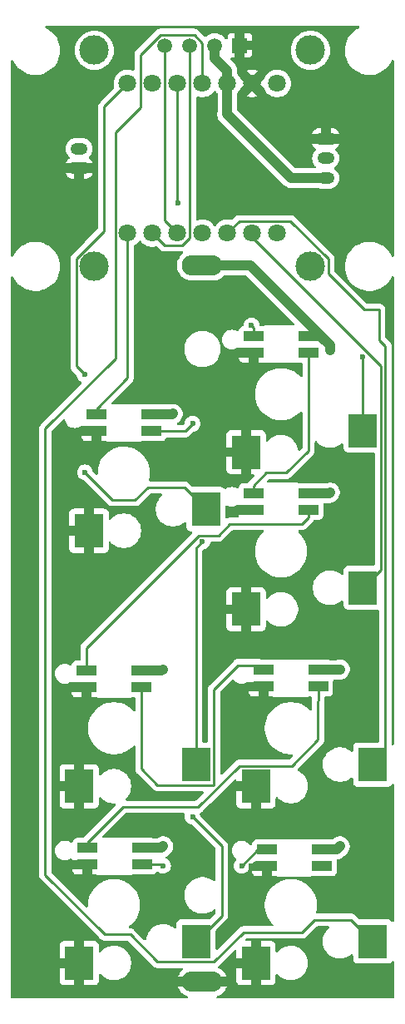
<source format=gbr>
%TF.GenerationSoftware,KiCad,Pcbnew,8.0.7*%
%TF.CreationDate,2025-04-08T15:01:58+09:00*%
%TF.ProjectId,Choc2,43686f63-322e-46b6-9963-61645f706362,rev?*%
%TF.SameCoordinates,Original*%
%TF.FileFunction,Copper,L1,Top*%
%TF.FilePolarity,Positive*%
%FSLAX46Y46*%
G04 Gerber Fmt 4.6, Leading zero omitted, Abs format (unit mm)*
G04 Created by KiCad (PCBNEW 8.0.7) date 2025-04-08 15:01:58*
%MOMM*%
%LPD*%
G01*
G04 APERTURE LIST*
G04 Aperture macros list*
%AMRoundRect*
0 Rectangle with rounded corners*
0 $1 Rounding radius*
0 $2 $3 $4 $5 $6 $7 $8 $9 X,Y pos of 4 corners*
0 Add a 4 corners polygon primitive as box body*
4,1,4,$2,$3,$4,$5,$6,$7,$8,$9,$2,$3,0*
0 Add four circle primitives for the rounded corners*
1,1,$1+$1,$2,$3*
1,1,$1+$1,$4,$5*
1,1,$1+$1,$6,$7*
1,1,$1+$1,$8,$9*
0 Add four rect primitives between the rounded corners*
20,1,$1+$1,$2,$3,$4,$5,0*
20,1,$1+$1,$4,$5,$6,$7,0*
20,1,$1+$1,$6,$7,$8,$9,0*
20,1,$1+$1,$8,$9,$2,$3,0*%
G04 Aperture macros list end*
%TA.AperFunction,ComponentPad*%
%ADD10O,4.140000X2.070000*%
%TD*%
%TA.AperFunction,SMDPad,CuDef*%
%ADD11R,2.000000X1.020000*%
%TD*%
%TA.AperFunction,ComponentPad*%
%ADD12C,1.800000*%
%TD*%
%TA.AperFunction,SMDPad,CuDef*%
%ADD13R,3.000000X3.500000*%
%TD*%
%TA.AperFunction,ComponentPad*%
%ADD14RoundRect,0.250000X-0.625000X0.350000X-0.625000X-0.350000X0.625000X-0.350000X0.625000X0.350000X0*%
%TD*%
%TA.AperFunction,ComponentPad*%
%ADD15O,1.750000X1.200000*%
%TD*%
%TA.AperFunction,ComponentPad*%
%ADD16RoundRect,0.250000X0.625000X-0.350000X0.625000X0.350000X-0.625000X0.350000X-0.625000X-0.350000X0*%
%TD*%
%TA.AperFunction,ComponentPad*%
%ADD17R,1.508000X1.508000*%
%TD*%
%TA.AperFunction,ComponentPad*%
%ADD18C,1.508000*%
%TD*%
%TA.AperFunction,ComponentPad*%
%ADD19C,3.000000*%
%TD*%
%TA.AperFunction,ViaPad*%
%ADD20C,0.600000*%
%TD*%
%TA.AperFunction,Conductor*%
%ADD21C,0.250000*%
%TD*%
%TA.AperFunction,Conductor*%
%ADD22C,1.000000*%
%TD*%
%TA.AperFunction,Conductor*%
%ADD23C,0.500000*%
%TD*%
G04 APERTURE END LIST*
D10*
%TO.P,BT1,+*%
%TO.N,VCC*%
X70000000Y-74900000D03*
%TO.P,BT1,-*%
%TO.N,GND*%
X70000000Y-147800000D03*
%TD*%
D11*
%TO.P,LED7,1,VDD*%
%TO.N,VCC*%
X82150000Y-134342500D03*
%TO.P,LED7,2,DOUT*%
%TO.N,unconnected-(LED7-DOUT-Pad2)*%
X82150000Y-136042500D03*
%TO.P,LED7,3,GND*%
%TO.N,GND*%
X76550000Y-136042500D03*
%TO.P,LED7,4,DIN*%
%TO.N,unconnected-(LED6-DOUT-Pad2)*%
X76550000Y-134342500D03*
%TD*%
%TO.P,LED6,1,VDD*%
%TO.N,VCC*%
X63850000Y-134192500D03*
%TO.P,LED6,2,DOUT*%
%TO.N,unconnected-(LED6-DOUT-Pad2)*%
X63850000Y-135892500D03*
%TO.P,LED6,3,GND*%
%TO.N,GND*%
X58250000Y-135892500D03*
%TO.P,LED6,4,DIN*%
%TO.N,unconnected-(LED5-DOUT-Pad2)*%
X58250000Y-134192500D03*
%TD*%
%TO.P,LED1,1,VDD*%
%TO.N,VCC*%
X64800000Y-90067500D03*
%TO.P,LED1,2,DOUT*%
%TO.N,Net-(LED1-DOUT)*%
X64800000Y-91767500D03*
%TO.P,LED1,3,GND*%
%TO.N,GND*%
X59200000Y-91767500D03*
%TO.P,LED1,4,DIN*%
%TO.N,LED*%
X59200000Y-90067500D03*
%TD*%
D12*
%TO.P,U1,1,LP_A_IO0*%
%TO.N,SW4*%
X77620000Y-71620000D03*
%TO.P,U1,2,LP_A_IO1*%
%TO.N,SW3*%
X75080000Y-71620000D03*
%TO.P,U1,3,LP_A_IO2*%
%TO.N,SW5*%
X72540000Y-71620000D03*
%TO.P,U1,4,IO21*%
%TO.N,SW6*%
X70000000Y-71620000D03*
%TO.P,U1,5,IO22_SDA*%
%TO.N,SDA*%
X67460000Y-71620000D03*
%TO.P,U1,6,IO23_SCL*%
%TO.N,SCL*%
X64920000Y-71620000D03*
%TO.P,U1,7,IO16_TX*%
%TO.N,LED*%
X62380000Y-71620000D03*
%TO.P,U1,8,IO17_RX*%
%TO.N,SW1*%
X62380000Y-56380000D03*
%TO.P,U1,9,IO19_SCK*%
%TO.N,LED2*%
X64920000Y-56380000D03*
%TO.P,U1,10,IO20_MISO*%
%TO.N,SW2*%
X67460000Y-56380000D03*
%TO.P,U1,11,IO18_MOSI*%
%TO.N,SW7*%
X70000000Y-56380000D03*
%TO.P,U1,12,3V3*%
%TO.N,VCC*%
X72540000Y-56380000D03*
%TO.P,U1,13,GND*%
%TO.N,GND*%
X75080000Y-56380000D03*
%TO.P,U1,14,5V*%
%TO.N,unconnected-(U1-5V-Pad14)*%
X77620000Y-56380000D03*
%TD*%
D13*
%TO.P,SW1,1,1*%
%TO.N,SW1*%
X70350000Y-99700000D03*
%TO.P,SW1,2,2*%
%TO.N,GND*%
X58450000Y-101900000D03*
%TD*%
%TO.P,SW2,1,1*%
%TO.N,SW2*%
X86350000Y-91700000D03*
%TO.P,SW2,2,2*%
%TO.N,GND*%
X74450000Y-93900000D03*
%TD*%
%TO.P,SW6,1,1*%
%TO.N,SW6*%
X69350000Y-143700000D03*
%TO.P,SW6,2,2*%
%TO.N,GND*%
X57450000Y-145900000D03*
%TD*%
D11*
%TO.P,LED5,1,VDD*%
%TO.N,VCC*%
X81800000Y-116067500D03*
%TO.P,LED5,2,DOUT*%
%TO.N,unconnected-(LED5-DOUT-Pad2)*%
X81800000Y-117767500D03*
%TO.P,LED5,3,GND*%
%TO.N,GND*%
X76200000Y-117767500D03*
%TO.P,LED5,4,DIN*%
%TO.N,Net-(LED4-DOUT)*%
X76200000Y-116067500D03*
%TD*%
D13*
%TO.P,SW7,1,1*%
%TO.N,SW7*%
X87350000Y-143700000D03*
%TO.P,SW7,2,2*%
%TO.N,GND*%
X75450000Y-145900000D03*
%TD*%
%TO.P,SW5,1,1*%
%TO.N,SW5*%
X87350000Y-125700000D03*
%TO.P,SW5,2,2*%
%TO.N,GND*%
X75450000Y-127900000D03*
%TD*%
D11*
%TO.P,LED2,1,VDD*%
%TO.N,VCC*%
X80800000Y-82067500D03*
%TO.P,LED2,2,DOUT*%
%TO.N,Net-(LED2-DOUT)*%
X80800000Y-83767500D03*
%TO.P,LED2,3,GND*%
%TO.N,GND*%
X75200000Y-83767500D03*
%TO.P,LED2,4,DIN*%
%TO.N,Net-(LED1-DOUT)*%
X75200000Y-82067500D03*
%TD*%
%TO.P,LED4,1,VDD*%
%TO.N,VCC*%
X63800000Y-116142500D03*
%TO.P,LED4,2,DOUT*%
%TO.N,Net-(LED4-DOUT)*%
X63800000Y-117842500D03*
%TO.P,LED4,3,GND*%
%TO.N,GND*%
X58200000Y-117842500D03*
%TO.P,LED4,4,DIN*%
%TO.N,Net-(LED3-DOUT)*%
X58200000Y-116142500D03*
%TD*%
D13*
%TO.P,SW3,1,1*%
%TO.N,SW3*%
X86350000Y-107700000D03*
%TO.P,SW3,2,2*%
%TO.N,GND*%
X74450000Y-109900000D03*
%TD*%
D11*
%TO.P,LED3,1,VDD*%
%TO.N,VCC*%
X80800000Y-98067500D03*
%TO.P,LED3,2,DOUT*%
%TO.N,Net-(LED3-DOUT)*%
X80800000Y-99767500D03*
%TO.P,LED3,3,GND*%
%TO.N,GND*%
X75200000Y-99767500D03*
%TO.P,LED3,4,DIN*%
%TO.N,Net-(LED2-DOUT)*%
X75200000Y-98067500D03*
%TD*%
D13*
%TO.P,SW4,1,1*%
%TO.N,SW4*%
X69350000Y-125700000D03*
%TO.P,SW4,2,2*%
%TO.N,GND*%
X57450000Y-127900000D03*
%TD*%
D14*
%TO.P,J4,1,Pin_1*%
%TO.N,GND*%
X82550000Y-62000000D03*
D15*
%TO.P,J4,2,Pin_2*%
%TO.N,LED2*%
X82550000Y-64000000D03*
%TO.P,J4,3,Pin_3*%
%TO.N,VCC*%
X82550000Y-66000000D03*
%TD*%
D16*
%TO.P,J1,1,Pin_1*%
%TO.N,GND*%
X57450000Y-65000000D03*
D15*
%TO.P,J1,2,Pin_2*%
%TO.N,VCC*%
X57450000Y-63000000D03*
%TD*%
D17*
%TO.P,OL1,1,SDA*%
%TO.N,GND*%
X73810000Y-52500000D03*
D18*
%TO.P,OL1,2,SCL*%
%TO.N,VCC*%
X71270000Y-52500000D03*
%TO.P,OL1,3,VCC*%
%TO.N,SCL*%
X68730000Y-52500000D03*
%TO.P,OL1,4,GND*%
%TO.N,SDA*%
X66190000Y-52500000D03*
D19*
%TO.P,OL1,S1*%
%TO.N,N/C*%
X81000000Y-53000000D03*
%TO.P,OL1,S2*%
X59000000Y-53000000D03*
%TO.P,OL1,S3*%
X59000000Y-75000000D03*
%TO.P,OL1,S4*%
X81000000Y-75000000D03*
%TD*%
D20*
%TO.N,VCC*%
X83000000Y-83500000D03*
X66000000Y-116000000D03*
X66000000Y-134000000D03*
X67000000Y-90000000D03*
X84000000Y-134000000D03*
X83000000Y-98000000D03*
X84000000Y-116000000D03*
%TO.N,GND*%
X72000000Y-94000000D03*
X73000000Y-146000000D03*
X55000000Y-146000000D03*
X74000000Y-118000000D03*
X73000000Y-128000000D03*
X73000000Y-84000000D03*
X56000000Y-118000000D03*
X75000000Y-136000000D03*
X56000000Y-102000000D03*
X72000000Y-110000000D03*
X56000000Y-136000000D03*
X73000000Y-100000000D03*
X55000000Y-128000000D03*
X57000000Y-92000000D03*
%TO.N,SW4*%
X70000000Y-103000000D03*
%TO.N,SW1*%
X58037779Y-95962221D03*
X58000000Y-86000000D03*
%TO.N,SW2*%
X86350000Y-84183274D03*
X67500000Y-68500000D03*
%TO.N,Net-(LED1-DOUT)*%
X75000000Y-81000000D03*
X69000000Y-91000000D03*
%TO.N,unconnected-(LED6-DOUT-Pad2)*%
X66000000Y-136000000D03*
X74000000Y-136000000D03*
%TO.N,SW6*%
X69000000Y-131000000D03*
%TD*%
D21*
%TO.N,unconnected-(LED5-DOUT-Pad2)*%
X61903984Y-130000000D02*
X58250000Y-133653984D01*
X73761396Y-125825000D02*
X69586396Y-130000000D01*
X81800000Y-117767500D02*
X81800000Y-119200000D01*
X81775000Y-123149443D02*
X79099443Y-125825000D01*
X79099443Y-125825000D02*
X73761396Y-125825000D01*
X81775000Y-119225000D02*
X81775000Y-123149443D01*
X58250000Y-133653984D02*
X58250000Y-134192500D01*
X69586396Y-130000000D02*
X61903984Y-130000000D01*
X81800000Y-119200000D02*
X81775000Y-119225000D01*
D22*
%TO.N,VCC*%
X83657500Y-134342500D02*
X84000000Y-134000000D01*
X80800000Y-98067500D02*
X82932500Y-98067500D01*
X64800000Y-90067500D02*
X66932500Y-90067500D01*
X63800000Y-116142500D02*
X65857500Y-116142500D01*
X72540000Y-59460000D02*
X72500000Y-59500000D01*
X72540000Y-56380000D02*
X72540000Y-59460000D01*
X66932500Y-90067500D02*
X67000000Y-90000000D01*
X81800000Y-116067500D02*
X83932500Y-116067500D01*
X82932500Y-98067500D02*
X83000000Y-98000000D01*
X63850000Y-134192500D02*
X65807500Y-134192500D01*
X79000000Y-66000000D02*
X82550000Y-66000000D01*
X71270000Y-53770000D02*
X72540000Y-55040000D01*
X72540000Y-55040000D02*
X72540000Y-56380000D01*
X82010000Y-82067500D02*
X83000000Y-83057500D01*
X72500000Y-59500000D02*
X79000000Y-66000000D01*
X83932500Y-116067500D02*
X84000000Y-116000000D01*
X65807500Y-134192500D02*
X66000000Y-134000000D01*
X83000000Y-83057500D02*
X83000000Y-83500000D01*
X71270000Y-52500000D02*
X71270000Y-53770000D01*
X74842500Y-74900000D02*
X83000000Y-83057500D01*
X65857500Y-116142500D02*
X66000000Y-116000000D01*
X80800000Y-82067500D02*
X82010000Y-82067500D01*
X70000000Y-74900000D02*
X74842500Y-74900000D01*
X82150000Y-134342500D02*
X83657500Y-134342500D01*
D23*
%TO.N,GND*%
X58450000Y-101900000D02*
X56100000Y-101900000D01*
X74450000Y-109900000D02*
X72100000Y-109900000D01*
X73232500Y-83767500D02*
X73000000Y-84000000D01*
X56100000Y-101900000D02*
X56000000Y-102000000D01*
X55100000Y-127900000D02*
X55000000Y-128000000D01*
X73100000Y-145900000D02*
X73000000Y-146000000D01*
X75200000Y-99767500D02*
X73232500Y-99767500D01*
X73100000Y-127900000D02*
X73000000Y-128000000D01*
X57450000Y-127900000D02*
X55100000Y-127900000D01*
X55100000Y-145900000D02*
X55000000Y-146000000D01*
X57450000Y-145900000D02*
X55100000Y-145900000D01*
X73232500Y-99767500D02*
X73000000Y-100000000D01*
X75450000Y-127900000D02*
X73100000Y-127900000D01*
X58250000Y-135892500D02*
X56107500Y-135892500D01*
X72100000Y-109900000D02*
X72000000Y-110000000D01*
X75200000Y-83767500D02*
X73232500Y-83767500D01*
X75042500Y-136042500D02*
X75000000Y-136000000D01*
X74450000Y-93900000D02*
X72100000Y-93900000D01*
X76200000Y-117767500D02*
X74232500Y-117767500D01*
X59200000Y-91767500D02*
X57232500Y-91767500D01*
X76550000Y-136042500D02*
X75042500Y-136042500D01*
X75450000Y-145900000D02*
X73100000Y-145900000D01*
X58200000Y-117842500D02*
X56157500Y-117842500D01*
X72100000Y-93900000D02*
X72000000Y-94000000D01*
X57232500Y-91767500D02*
X57000000Y-92000000D01*
X56157500Y-117842500D02*
X56000000Y-118000000D01*
X74232500Y-117767500D02*
X74000000Y-118000000D01*
X56107500Y-135892500D02*
X56000000Y-136000000D01*
D21*
%TO.N,LED*%
X59200000Y-89528984D02*
X59200000Y-90067500D01*
X62380000Y-86348984D02*
X59200000Y-89528984D01*
X62380000Y-71620000D02*
X62380000Y-86348984D01*
%TO.N,SW4*%
X69350000Y-125700000D02*
X69350000Y-103650000D01*
X69350000Y-103650000D02*
X70000000Y-103000000D01*
%TO.N,SW3*%
X88175000Y-85124390D02*
X75080000Y-72029390D01*
X88175000Y-105875000D02*
X88175000Y-85124390D01*
X75080000Y-72029390D02*
X75080000Y-71620000D01*
X86350000Y-107700000D02*
X88175000Y-105875000D01*
%TO.N,SW1*%
X57175000Y-85175000D02*
X58000000Y-86000000D01*
X63149443Y-98775000D02*
X60850557Y-98775000D01*
X62380000Y-56380000D02*
X60000000Y-58760000D01*
X60000000Y-71419060D02*
X57175000Y-74244060D01*
X64424443Y-97500000D02*
X63149443Y-98775000D01*
X60850557Y-98775000D02*
X58037779Y-95962221D01*
X57175000Y-74244060D02*
X57175000Y-85175000D01*
X70350000Y-99700000D02*
X68150000Y-97500000D01*
X68150000Y-97500000D02*
X64424443Y-97500000D01*
X60000000Y-58760000D02*
X60000000Y-71419060D01*
%TO.N,SW5*%
X88000000Y-82500000D02*
X88000000Y-79419060D01*
X87350000Y-125700000D02*
X88625000Y-124425000D01*
X88000000Y-79419060D02*
X86488120Y-79419060D01*
X86488120Y-79419060D02*
X82825000Y-75755940D01*
X88625000Y-124425000D02*
X88625000Y-83125000D01*
X73765000Y-70395000D02*
X72540000Y-71620000D01*
X82825000Y-74244060D02*
X78975940Y-70395000D01*
X82825000Y-75755940D02*
X82825000Y-74244060D01*
X78975940Y-70395000D02*
X73765000Y-70395000D01*
X88625000Y-83125000D02*
X88000000Y-82500000D01*
%TO.N,SW2*%
X86350000Y-91700000D02*
X86350000Y-84183274D01*
X67460000Y-56380000D02*
X67460000Y-68460000D01*
X67460000Y-68460000D02*
X67500000Y-68500000D01*
%TO.N,Net-(LED1-DOUT)*%
X68232500Y-91767500D02*
X69000000Y-91000000D01*
X75200000Y-81200000D02*
X75000000Y-81000000D01*
X75200000Y-82067500D02*
X75200000Y-81200000D01*
X64800000Y-91767500D02*
X68232500Y-91767500D01*
%TO.N,Net-(LED2-DOUT)*%
X80800000Y-93751650D02*
X78551650Y-96000000D01*
X78551650Y-96000000D02*
X76507500Y-96000000D01*
X75200000Y-97307500D02*
X75200000Y-98067500D01*
X80800000Y-83767500D02*
X80800000Y-93751650D01*
X76507500Y-96000000D02*
X75200000Y-97307500D01*
%TO.N,Net-(LED3-DOUT)*%
X80800000Y-99767500D02*
X80800000Y-100527500D01*
X71625000Y-102375000D02*
X69625000Y-102375000D01*
X72800000Y-101200000D02*
X71625000Y-102375000D01*
X58200000Y-113800000D02*
X58200000Y-116142500D01*
X80800000Y-100527500D02*
X80127500Y-101200000D01*
X80127500Y-101200000D02*
X72800000Y-101200000D01*
X69625000Y-102375000D02*
X58200000Y-113800000D01*
%TO.N,Net-(LED4-DOUT)*%
X63800000Y-126151650D02*
X65423350Y-127775000D01*
X75865000Y-116067500D02*
X76200000Y-116067500D01*
X71175000Y-127775000D02*
X71175000Y-118037563D01*
X71175000Y-118037563D02*
X73637563Y-115575000D01*
X65423350Y-127775000D02*
X71175000Y-127775000D01*
X75707500Y-115575000D02*
X76200000Y-116067500D01*
X63800000Y-117842500D02*
X63800000Y-126151650D01*
X73637563Y-115575000D02*
X75707500Y-115575000D01*
%TO.N,SCL*%
X68730000Y-72082412D02*
X68730000Y-52500000D01*
X67967412Y-72845000D02*
X68730000Y-72082412D01*
X66145000Y-72845000D02*
X67967412Y-72845000D01*
X64920000Y-71620000D02*
X66145000Y-72845000D01*
%TO.N,SDA*%
X67460000Y-71620000D02*
X66190000Y-70350000D01*
X66190000Y-70350000D02*
X66190000Y-52500000D01*
%TO.N,unconnected-(LED6-DOUT-Pad2)*%
X76550000Y-134342500D02*
X75657500Y-134342500D01*
X65892500Y-135892500D02*
X66000000Y-136000000D01*
X75657500Y-134342500D02*
X74000000Y-136000000D01*
X63850000Y-135892500D02*
X65892500Y-135892500D01*
%TO.N,SW6*%
X71975000Y-133975000D02*
X69000000Y-131000000D01*
X69350000Y-143700000D02*
X71975000Y-141075000D01*
X68025000Y-142375000D02*
X69350000Y-143700000D01*
X71975000Y-141075000D02*
X71975000Y-133975000D01*
%TO.N,SW7*%
X63695000Y-58835000D02*
X63695000Y-53469063D01*
X69176937Y-51421000D02*
X70000000Y-52244063D01*
X63695000Y-53469063D02*
X65743063Y-51421000D01*
X60075557Y-143000000D02*
X54000000Y-136924443D01*
X70000000Y-52244063D02*
X70000000Y-56380000D01*
X54000000Y-91500000D02*
X61155000Y-84345000D01*
X74175000Y-142775000D02*
X71175000Y-145775000D01*
X65743063Y-51421000D02*
X69176937Y-51421000D01*
X80149443Y-142775000D02*
X74175000Y-142775000D01*
X54000000Y-136924443D02*
X54000000Y-91500000D01*
X85150000Y-141500000D02*
X81424443Y-141500000D01*
X62648350Y-143000000D02*
X60075557Y-143000000D01*
X61155000Y-61375000D02*
X63695000Y-58835000D01*
X71175000Y-145775000D02*
X65423350Y-145775000D01*
X61155000Y-84345000D02*
X61155000Y-61375000D01*
X87350000Y-143700000D02*
X85150000Y-141500000D01*
X65423350Y-145775000D02*
X62648350Y-143000000D01*
X81424443Y-141500000D02*
X80149443Y-142775000D01*
%TD*%
%TA.AperFunction,Conductor*%
%TO.N,GND*%
G36*
X85940252Y-50520185D02*
G01*
X85986007Y-50572989D01*
X85995951Y-50642147D01*
X85966926Y-50705703D01*
X85932952Y-50733160D01*
X85690070Y-50866687D01*
X85657516Y-50884584D01*
X85657504Y-50884591D01*
X85402978Y-51069515D01*
X85402968Y-51069523D01*
X85173608Y-51284907D01*
X85173606Y-51284909D01*
X84973054Y-51527334D01*
X84973051Y-51527338D01*
X84804464Y-51792990D01*
X84804461Y-51792996D01*
X84670499Y-52077678D01*
X84670497Y-52077683D01*
X84573270Y-52376916D01*
X84514311Y-52685988D01*
X84514310Y-52685995D01*
X84494556Y-52999994D01*
X84494556Y-53000000D01*
X84514310Y-53314004D01*
X84514311Y-53314011D01*
X84514312Y-53314015D01*
X84571000Y-53611187D01*
X84573270Y-53623083D01*
X84670497Y-53922316D01*
X84670499Y-53922321D01*
X84804461Y-54207003D01*
X84804464Y-54207009D01*
X84973051Y-54472661D01*
X84973054Y-54472665D01*
X85173606Y-54715090D01*
X85173608Y-54715092D01*
X85173610Y-54715094D01*
X85289971Y-54824364D01*
X85402968Y-54930476D01*
X85402978Y-54930484D01*
X85657504Y-55115408D01*
X85657509Y-55115410D01*
X85657516Y-55115416D01*
X85933234Y-55266994D01*
X85933239Y-55266996D01*
X85933241Y-55266997D01*
X85933242Y-55266998D01*
X86225771Y-55382818D01*
X86225774Y-55382819D01*
X86401194Y-55427859D01*
X86530527Y-55461066D01*
X86596010Y-55469338D01*
X86842670Y-55500499D01*
X86842679Y-55500499D01*
X86842682Y-55500500D01*
X86842684Y-55500500D01*
X87157316Y-55500500D01*
X87157318Y-55500500D01*
X87157321Y-55500499D01*
X87157329Y-55500499D01*
X87343593Y-55476968D01*
X87469473Y-55461066D01*
X87774225Y-55382819D01*
X87774228Y-55382818D01*
X88066757Y-55266998D01*
X88066758Y-55266997D01*
X88066756Y-55266997D01*
X88066766Y-55266994D01*
X88342484Y-55115416D01*
X88597030Y-54930478D01*
X88826390Y-54715094D01*
X89026947Y-54472663D01*
X89195537Y-54207007D01*
X89253272Y-54084315D01*
X89263302Y-54063000D01*
X89309657Y-54010722D01*
X89376917Y-53991805D01*
X89443727Y-54012254D01*
X89488876Y-54065578D01*
X89499500Y-54115797D01*
X89499500Y-73884202D01*
X89479815Y-73951241D01*
X89427011Y-73996996D01*
X89357853Y-74006940D01*
X89294297Y-73977915D01*
X89263302Y-73936999D01*
X89195539Y-73792996D01*
X89195535Y-73792990D01*
X89026948Y-73527338D01*
X89026945Y-73527334D01*
X88826393Y-73284909D01*
X88826391Y-73284907D01*
X88710029Y-73175635D01*
X88597030Y-73069522D01*
X88597027Y-73069520D01*
X88597021Y-73069515D01*
X88342495Y-72884591D01*
X88342488Y-72884586D01*
X88342484Y-72884584D01*
X88066766Y-72733006D01*
X88066763Y-72733004D01*
X88066758Y-72733002D01*
X88066757Y-72733001D01*
X87774228Y-72617181D01*
X87774225Y-72617180D01*
X87469476Y-72538934D01*
X87469463Y-72538932D01*
X87157329Y-72499500D01*
X87157318Y-72499500D01*
X86842682Y-72499500D01*
X86842670Y-72499500D01*
X86530536Y-72538932D01*
X86530523Y-72538934D01*
X86225774Y-72617180D01*
X86225771Y-72617181D01*
X85933242Y-72733001D01*
X85933241Y-72733002D01*
X85657516Y-72884584D01*
X85657504Y-72884591D01*
X85402978Y-73069515D01*
X85402968Y-73069523D01*
X85173608Y-73284907D01*
X85173606Y-73284909D01*
X84973054Y-73527334D01*
X84973051Y-73527338D01*
X84804464Y-73792990D01*
X84804461Y-73792996D01*
X84670499Y-74077678D01*
X84670497Y-74077683D01*
X84573270Y-74376916D01*
X84514311Y-74685988D01*
X84514310Y-74685995D01*
X84494556Y-74999994D01*
X84494556Y-75000005D01*
X84514310Y-75314004D01*
X84514311Y-75314011D01*
X84573270Y-75623083D01*
X84670497Y-75922316D01*
X84670499Y-75922321D01*
X84804461Y-76207003D01*
X84804464Y-76207009D01*
X84973051Y-76472661D01*
X84973054Y-76472665D01*
X85173606Y-76715090D01*
X85173608Y-76715092D01*
X85173610Y-76715094D01*
X85289971Y-76824364D01*
X85402968Y-76930476D01*
X85402978Y-76930484D01*
X85657504Y-77115408D01*
X85657509Y-77115410D01*
X85657516Y-77115416D01*
X85933234Y-77266994D01*
X85933239Y-77266996D01*
X85933241Y-77266997D01*
X85933242Y-77266998D01*
X86225771Y-77382818D01*
X86225774Y-77382819D01*
X86530523Y-77461065D01*
X86530527Y-77461066D01*
X86596010Y-77469338D01*
X86842670Y-77500499D01*
X86842679Y-77500499D01*
X86842682Y-77500500D01*
X86842684Y-77500500D01*
X87157316Y-77500500D01*
X87157318Y-77500500D01*
X87157321Y-77500499D01*
X87157329Y-77500499D01*
X87343593Y-77476968D01*
X87469473Y-77461066D01*
X87774225Y-77382819D01*
X87774228Y-77382818D01*
X88066757Y-77266998D01*
X88066758Y-77266997D01*
X88066756Y-77266997D01*
X88066766Y-77266994D01*
X88342484Y-77115416D01*
X88597030Y-76930478D01*
X88826390Y-76715094D01*
X89026947Y-76472663D01*
X89195537Y-76207007D01*
X89259436Y-76071215D01*
X89263302Y-76063000D01*
X89309657Y-76010722D01*
X89376917Y-75991805D01*
X89443727Y-76012254D01*
X89488876Y-76065578D01*
X89499500Y-76115797D01*
X89499500Y-123609896D01*
X89479815Y-123676935D01*
X89427011Y-123722690D01*
X89357853Y-123732634D01*
X89294297Y-123703609D01*
X89276255Y-123684237D01*
X89275255Y-123682902D01*
X89250819Y-123617445D01*
X89250500Y-123608561D01*
X89250500Y-83063394D01*
X89248692Y-83054304D01*
X89248692Y-83054303D01*
X89229727Y-82958959D01*
X89226463Y-82942548D01*
X89179311Y-82828714D01*
X89169282Y-82813704D01*
X89159391Y-82798900D01*
X89110859Y-82726268D01*
X89077586Y-82692995D01*
X89023733Y-82639142D01*
X89023732Y-82639141D01*
X88661819Y-82277228D01*
X88628334Y-82215905D01*
X88625500Y-82189547D01*
X88625500Y-79357453D01*
X88625499Y-79357449D01*
X88601464Y-79236615D01*
X88601463Y-79236608D01*
X88554311Y-79122774D01*
X88554310Y-79122773D01*
X88554307Y-79122767D01*
X88485858Y-79020327D01*
X88485855Y-79020323D01*
X88398736Y-78933204D01*
X88398732Y-78933201D01*
X88296292Y-78864752D01*
X88296283Y-78864747D01*
X88182454Y-78817598D01*
X88182455Y-78817598D01*
X88182452Y-78817597D01*
X88182448Y-78817596D01*
X88182444Y-78817595D01*
X88061610Y-78793560D01*
X88061606Y-78793560D01*
X86798572Y-78793560D01*
X86731533Y-78773875D01*
X86710891Y-78757241D01*
X83486819Y-75533169D01*
X83453334Y-75471846D01*
X83450500Y-75445488D01*
X83450500Y-74182456D01*
X83447394Y-74166839D01*
X83426463Y-74061608D01*
X83406481Y-74013368D01*
X83406480Y-74013366D01*
X83391796Y-73977915D01*
X83379312Y-73947775D01*
X83372746Y-73937949D01*
X83357871Y-73915686D01*
X83357870Y-73915685D01*
X83310858Y-73845327D01*
X83310855Y-73845323D01*
X83220637Y-73755105D01*
X83220606Y-73755076D01*
X79466138Y-70000608D01*
X79466118Y-70000586D01*
X79374673Y-69909141D01*
X79323449Y-69874915D01*
X79272227Y-69840689D01*
X79272226Y-69840688D01*
X79272223Y-69840686D01*
X79272220Y-69840685D01*
X79191732Y-69807347D01*
X79158393Y-69793537D01*
X79148367Y-69791543D01*
X79097969Y-69781518D01*
X79037550Y-69769500D01*
X79037547Y-69769500D01*
X79037546Y-69769500D01*
X73832741Y-69769500D01*
X73832721Y-69769499D01*
X73826607Y-69769499D01*
X73703394Y-69769499D01*
X73602597Y-69789548D01*
X73602592Y-69789548D01*
X73582549Y-69793536D01*
X73582547Y-69793536D01*
X73535397Y-69813067D01*
X73468719Y-69840685D01*
X73468717Y-69840686D01*
X73366266Y-69909141D01*
X73366263Y-69909144D01*
X73038520Y-70236888D01*
X72977197Y-70270373D01*
X72910577Y-70266488D01*
X72884986Y-70257702D01*
X72694204Y-70225867D01*
X72656049Y-70219500D01*
X72423951Y-70219500D01*
X72378164Y-70227140D01*
X72195015Y-70257702D01*
X71975504Y-70333061D01*
X71975495Y-70333064D01*
X71771371Y-70443531D01*
X71771365Y-70443535D01*
X71588222Y-70586081D01*
X71588219Y-70586084D01*
X71431016Y-70756852D01*
X71373809Y-70844416D01*
X71320662Y-70889773D01*
X71251431Y-70899197D01*
X71188095Y-70869695D01*
X71166191Y-70844416D01*
X71108983Y-70756852D01*
X71108980Y-70756849D01*
X71108979Y-70756847D01*
X70951784Y-70586087D01*
X70951779Y-70586083D01*
X70951777Y-70586081D01*
X70768634Y-70443535D01*
X70768628Y-70443531D01*
X70564504Y-70333064D01*
X70564495Y-70333061D01*
X70344984Y-70257702D01*
X70173282Y-70229050D01*
X70116049Y-70219500D01*
X69883951Y-70219500D01*
X69838164Y-70227140D01*
X69655015Y-70257702D01*
X69519763Y-70304135D01*
X69449964Y-70307285D01*
X69389543Y-70272199D01*
X69357682Y-70210016D01*
X69355500Y-70186854D01*
X69355500Y-57813146D01*
X69375185Y-57746107D01*
X69427989Y-57700352D01*
X69497147Y-57690408D01*
X69519763Y-57695865D01*
X69655015Y-57742297D01*
X69655017Y-57742297D01*
X69655019Y-57742298D01*
X69883951Y-57780500D01*
X69883952Y-57780500D01*
X70116048Y-57780500D01*
X70116049Y-57780500D01*
X70344981Y-57742298D01*
X70564503Y-57666936D01*
X70768626Y-57556470D01*
X70951784Y-57413913D01*
X71108979Y-57243153D01*
X71166191Y-57155582D01*
X71219337Y-57110226D01*
X71288568Y-57100802D01*
X71351904Y-57130304D01*
X71373809Y-57155583D01*
X71431016Y-57243147D01*
X71431019Y-57243151D01*
X71431021Y-57243153D01*
X71506731Y-57325396D01*
X71537652Y-57388049D01*
X71539500Y-57409377D01*
X71539500Y-59188155D01*
X71537117Y-59212347D01*
X71499500Y-59401457D01*
X71499500Y-59598544D01*
X71537947Y-59791828D01*
X71537949Y-59791836D01*
X71613367Y-59973910D01*
X71613372Y-59973920D01*
X71722860Y-60137780D01*
X71722863Y-60137784D01*
X78219735Y-66634655D01*
X78219764Y-66634686D01*
X78362214Y-66777136D01*
X78362218Y-66777139D01*
X78526079Y-66886628D01*
X78526092Y-66886635D01*
X78654833Y-66939961D01*
X78657902Y-66941232D01*
X78708164Y-66962051D01*
X78804812Y-66981275D01*
X78853135Y-66990887D01*
X78901458Y-67000500D01*
X78901459Y-67000500D01*
X78901460Y-67000500D01*
X79098540Y-67000500D01*
X81784763Y-67000500D01*
X81841059Y-67014016D01*
X81852550Y-67019871D01*
X81852552Y-67019871D01*
X81852555Y-67019873D01*
X82017299Y-67073402D01*
X82188389Y-67100500D01*
X82188390Y-67100500D01*
X82911610Y-67100500D01*
X82911611Y-67100500D01*
X83082701Y-67073402D01*
X83247445Y-67019873D01*
X83401788Y-66941232D01*
X83541928Y-66839414D01*
X83664414Y-66716928D01*
X83766232Y-66576788D01*
X83844873Y-66422445D01*
X83898402Y-66257701D01*
X83925500Y-66086611D01*
X83925500Y-65913389D01*
X83898402Y-65742299D01*
X83844873Y-65577555D01*
X83766232Y-65423212D01*
X83664414Y-65283072D01*
X83541928Y-65160586D01*
X83458975Y-65100317D01*
X83416311Y-65044988D01*
X83410332Y-64975374D01*
X83442938Y-64913579D01*
X83458976Y-64899682D01*
X83541928Y-64839414D01*
X83664414Y-64716928D01*
X83766232Y-64576788D01*
X83844873Y-64422445D01*
X83898402Y-64257701D01*
X83925500Y-64086611D01*
X83925500Y-63913389D01*
X83898402Y-63742299D01*
X83844873Y-63577555D01*
X83766232Y-63423212D01*
X83664414Y-63283072D01*
X83556508Y-63175166D01*
X83523023Y-63113843D01*
X83528007Y-63044151D01*
X83569879Y-62988218D01*
X83579094Y-62981945D01*
X83643345Y-62942315D01*
X83767315Y-62818345D01*
X83859356Y-62669124D01*
X83859358Y-62669119D01*
X83914504Y-62502701D01*
X83914505Y-62502694D01*
X83914781Y-62500000D01*
X81185219Y-62500000D01*
X81185494Y-62502694D01*
X81185495Y-62502701D01*
X81240641Y-62669119D01*
X81240643Y-62669124D01*
X81332684Y-62818345D01*
X81456656Y-62942317D01*
X81520906Y-62981946D01*
X81567631Y-63033893D01*
X81578854Y-63102856D01*
X81551011Y-63166938D01*
X81543492Y-63175166D01*
X81435585Y-63283073D01*
X81333768Y-63423211D01*
X81255128Y-63577552D01*
X81201597Y-63742302D01*
X81186216Y-63839414D01*
X81174500Y-63913389D01*
X81174500Y-64086611D01*
X81201598Y-64257701D01*
X81255127Y-64422445D01*
X81333768Y-64576788D01*
X81435586Y-64716928D01*
X81435588Y-64716930D01*
X81506477Y-64787819D01*
X81539962Y-64849142D01*
X81534978Y-64918834D01*
X81493106Y-64974767D01*
X81427642Y-64999184D01*
X81418796Y-64999500D01*
X79465782Y-64999500D01*
X79398743Y-64979815D01*
X79378101Y-64963181D01*
X76365550Y-61950630D01*
X82175000Y-61950630D01*
X82175000Y-62049370D01*
X82200556Y-62144745D01*
X82249925Y-62230255D01*
X82319745Y-62300075D01*
X82405255Y-62349444D01*
X82500630Y-62375000D01*
X82599370Y-62375000D01*
X82694745Y-62349444D01*
X82780255Y-62300075D01*
X82850075Y-62230255D01*
X82899444Y-62144745D01*
X82925000Y-62049370D01*
X82925000Y-61950630D01*
X82899444Y-61855255D01*
X82850075Y-61769745D01*
X82780255Y-61699925D01*
X82694745Y-61650556D01*
X82599370Y-61625000D01*
X82500630Y-61625000D01*
X82405255Y-61650556D01*
X82319745Y-61699925D01*
X82249925Y-61769745D01*
X82200556Y-61855255D01*
X82175000Y-61950630D01*
X76365550Y-61950630D01*
X75914920Y-61500000D01*
X81185219Y-61500000D01*
X82050000Y-61500000D01*
X83050000Y-61500000D01*
X83914780Y-61500000D01*
X83914505Y-61497305D01*
X83914504Y-61497298D01*
X83859358Y-61330880D01*
X83859356Y-61330875D01*
X83767315Y-61181654D01*
X83643345Y-61057684D01*
X83494124Y-60965643D01*
X83494119Y-60965641D01*
X83327697Y-60910494D01*
X83327690Y-60910493D01*
X83224986Y-60900000D01*
X83050000Y-60900000D01*
X83050000Y-61500000D01*
X82050000Y-61500000D01*
X82050000Y-60900000D01*
X81875029Y-60900000D01*
X81875012Y-60900001D01*
X81772302Y-60910494D01*
X81605880Y-60965641D01*
X81605875Y-60965643D01*
X81456654Y-61057684D01*
X81332684Y-61181654D01*
X81240643Y-61330875D01*
X81240641Y-61330880D01*
X81185495Y-61497298D01*
X81185494Y-61497305D01*
X81185219Y-61500000D01*
X75914920Y-61500000D01*
X73576819Y-59161899D01*
X73543334Y-59100576D01*
X73540500Y-59074218D01*
X73540500Y-57661184D01*
X74505920Y-57661184D01*
X74515700Y-57666477D01*
X74515709Y-57666481D01*
X74735139Y-57741811D01*
X74963993Y-57780000D01*
X75196007Y-57780000D01*
X75424860Y-57741811D01*
X75644301Y-57666476D01*
X75654077Y-57661185D01*
X75654078Y-57661184D01*
X75080001Y-57087106D01*
X75080000Y-57087106D01*
X74505920Y-57661184D01*
X73540500Y-57661184D01*
X73540500Y-57409377D01*
X73560185Y-57342338D01*
X73573264Y-57325401D01*
X73648979Y-57243153D01*
X73775924Y-57048849D01*
X73822718Y-56942167D01*
X73848591Y-56904300D01*
X74372893Y-56380000D01*
X74319389Y-56326496D01*
X74673600Y-56326496D01*
X74673600Y-56433504D01*
X74701295Y-56536865D01*
X74754799Y-56629536D01*
X74830464Y-56705201D01*
X74923135Y-56758705D01*
X75026496Y-56786400D01*
X75133504Y-56786400D01*
X75236865Y-56758705D01*
X75329536Y-56705201D01*
X75405201Y-56629536D01*
X75458705Y-56536865D01*
X75486400Y-56433504D01*
X75486400Y-56379999D01*
X75787106Y-56379999D01*
X75787106Y-56380000D01*
X76311406Y-56904300D01*
X76337280Y-56942170D01*
X76384073Y-57048845D01*
X76511016Y-57243147D01*
X76511019Y-57243151D01*
X76511021Y-57243153D01*
X76668216Y-57413913D01*
X76668219Y-57413915D01*
X76668222Y-57413918D01*
X76851365Y-57556464D01*
X76851371Y-57556468D01*
X76851374Y-57556470D01*
X77055497Y-57666936D01*
X77168867Y-57705856D01*
X77275015Y-57742297D01*
X77275017Y-57742297D01*
X77275019Y-57742298D01*
X77503951Y-57780500D01*
X77503952Y-57780500D01*
X77736048Y-57780500D01*
X77736049Y-57780500D01*
X77964981Y-57742298D01*
X78184503Y-57666936D01*
X78388626Y-57556470D01*
X78571784Y-57413913D01*
X78728979Y-57243153D01*
X78855924Y-57048849D01*
X78949157Y-56836300D01*
X79006134Y-56611305D01*
X79006135Y-56611297D01*
X79025300Y-56380006D01*
X79025300Y-56379993D01*
X79006135Y-56148702D01*
X79006133Y-56148691D01*
X78949157Y-55923699D01*
X78855924Y-55711151D01*
X78728983Y-55516852D01*
X78728980Y-55516849D01*
X78728979Y-55516847D01*
X78571784Y-55346087D01*
X78571779Y-55346083D01*
X78571777Y-55346081D01*
X78388634Y-55203535D01*
X78388628Y-55203531D01*
X78184504Y-55093064D01*
X78184495Y-55093061D01*
X77964984Y-55017702D01*
X77770177Y-54985195D01*
X77736049Y-54979500D01*
X77503951Y-54979500D01*
X77469823Y-54985195D01*
X77275015Y-55017702D01*
X77055504Y-55093061D01*
X77055495Y-55093064D01*
X76851371Y-55203531D01*
X76851365Y-55203535D01*
X76668222Y-55346081D01*
X76668219Y-55346084D01*
X76668216Y-55346086D01*
X76668216Y-55346087D01*
X76634403Y-55382818D01*
X76511016Y-55516852D01*
X76384073Y-55711154D01*
X76337281Y-55817828D01*
X76311407Y-55855698D01*
X75787106Y-56379999D01*
X75486400Y-56379999D01*
X75486400Y-56326496D01*
X75458705Y-56223135D01*
X75405201Y-56130464D01*
X75329536Y-56054799D01*
X75236865Y-56001295D01*
X75133504Y-55973600D01*
X75026496Y-55973600D01*
X74923135Y-56001295D01*
X74830464Y-56054799D01*
X74754799Y-56130464D01*
X74701295Y-56223135D01*
X74673600Y-56326496D01*
X74319389Y-56326496D01*
X73848591Y-55855698D01*
X73822717Y-55817828D01*
X73775924Y-55711151D01*
X73706191Y-55604416D01*
X73648979Y-55516846D01*
X73648977Y-55516844D01*
X73573270Y-55434603D01*
X73542348Y-55371948D01*
X73540500Y-55350621D01*
X73540500Y-55098814D01*
X74505920Y-55098814D01*
X75080000Y-55672893D01*
X75080001Y-55672893D01*
X75654078Y-55098814D01*
X75654078Y-55098813D01*
X75644307Y-55093526D01*
X75644296Y-55093521D01*
X75424860Y-55018188D01*
X75196007Y-54980000D01*
X74963993Y-54980000D01*
X74735139Y-55018188D01*
X74515699Y-55093522D01*
X74505921Y-55098813D01*
X74505920Y-55098814D01*
X73540500Y-55098814D01*
X73540500Y-54941456D01*
X73540499Y-54941454D01*
X73502052Y-54748171D01*
X73502051Y-54748167D01*
X73502051Y-54748165D01*
X73495376Y-54732051D01*
X73488351Y-54715092D01*
X73464137Y-54656632D01*
X73426635Y-54566093D01*
X73426634Y-54566092D01*
X73426632Y-54566086D01*
X73392985Y-54515729D01*
X73317139Y-54402217D01*
X73174686Y-54259764D01*
X73174655Y-54259735D01*
X72876596Y-53961676D01*
X72843111Y-53900353D01*
X72848095Y-53830661D01*
X72889967Y-53774728D01*
X72955431Y-53750311D01*
X72977535Y-53750706D01*
X73008160Y-53753999D01*
X73008172Y-53754000D01*
X73310000Y-53754000D01*
X74310000Y-53754000D01*
X74611828Y-53754000D01*
X74611844Y-53753999D01*
X74671372Y-53747598D01*
X74671379Y-53747596D01*
X74806086Y-53697354D01*
X74806093Y-53697350D01*
X74921187Y-53611190D01*
X74921190Y-53611187D01*
X75007350Y-53496093D01*
X75007354Y-53496086D01*
X75057596Y-53361379D01*
X75057598Y-53361372D01*
X75063999Y-53301844D01*
X75064000Y-53301827D01*
X75064000Y-53000000D01*
X74310000Y-53000000D01*
X74310000Y-53754000D01*
X73310000Y-53754000D01*
X73310000Y-52565826D01*
X73344075Y-52692993D01*
X73409901Y-52807007D01*
X73502993Y-52900099D01*
X73617007Y-52965925D01*
X73744174Y-53000000D01*
X73875826Y-53000000D01*
X73875833Y-52999998D01*
X78994390Y-52999998D01*
X78994390Y-53000000D01*
X79014804Y-53285433D01*
X79075628Y-53565037D01*
X79075630Y-53565043D01*
X79075631Y-53565046D01*
X79153839Y-53774728D01*
X79175635Y-53833166D01*
X79312770Y-54084309D01*
X79312775Y-54084317D01*
X79484254Y-54313387D01*
X79484270Y-54313405D01*
X79686594Y-54515729D01*
X79686612Y-54515745D01*
X79915682Y-54687224D01*
X79915690Y-54687229D01*
X80166833Y-54824364D01*
X80166832Y-54824364D01*
X80166836Y-54824365D01*
X80166839Y-54824367D01*
X80434954Y-54924369D01*
X80434960Y-54924370D01*
X80434962Y-54924371D01*
X80714566Y-54985195D01*
X80714568Y-54985195D01*
X80714572Y-54985196D01*
X80968220Y-55003337D01*
X80999999Y-55005610D01*
X81000000Y-55005610D01*
X81000001Y-55005610D01*
X81028595Y-55003564D01*
X81285428Y-54985196D01*
X81311613Y-54979500D01*
X81565037Y-54924371D01*
X81565037Y-54924370D01*
X81565046Y-54924369D01*
X81833161Y-54824367D01*
X82084315Y-54687226D01*
X82313395Y-54515739D01*
X82515739Y-54313395D01*
X82687226Y-54084315D01*
X82824367Y-53833161D01*
X82924369Y-53565046D01*
X82968674Y-53361379D01*
X82985195Y-53285433D01*
X82985195Y-53285432D01*
X82985196Y-53285428D01*
X83005610Y-53000000D01*
X82985196Y-52714572D01*
X82978979Y-52685995D01*
X82924371Y-52434962D01*
X82924370Y-52434960D01*
X82924369Y-52434954D01*
X82824367Y-52166839D01*
X82731625Y-51996996D01*
X82687229Y-51915690D01*
X82687224Y-51915682D01*
X82515745Y-51686612D01*
X82515729Y-51686594D01*
X82313405Y-51484270D01*
X82313387Y-51484254D01*
X82084317Y-51312775D01*
X82084309Y-51312770D01*
X81833166Y-51175635D01*
X81833167Y-51175635D01*
X81725915Y-51135632D01*
X81565046Y-51075631D01*
X81565043Y-51075630D01*
X81565037Y-51075628D01*
X81285433Y-51014804D01*
X81000001Y-50994390D01*
X80999999Y-50994390D01*
X80714566Y-51014804D01*
X80434962Y-51075628D01*
X80166833Y-51175635D01*
X79915690Y-51312770D01*
X79915682Y-51312775D01*
X79686612Y-51484254D01*
X79686594Y-51484270D01*
X79484270Y-51686594D01*
X79484254Y-51686612D01*
X79312775Y-51915682D01*
X79312770Y-51915690D01*
X79175635Y-52166833D01*
X79075628Y-52434962D01*
X79014804Y-52714566D01*
X78994390Y-52999998D01*
X73875833Y-52999998D01*
X74002993Y-52965925D01*
X74117007Y-52900099D01*
X74210099Y-52807007D01*
X74275925Y-52692993D01*
X74310000Y-52565826D01*
X74310000Y-52434174D01*
X74275925Y-52307007D01*
X74210099Y-52192993D01*
X74117007Y-52099901D01*
X74002993Y-52034075D01*
X73875826Y-52000000D01*
X74310000Y-52000000D01*
X75064000Y-52000000D01*
X75064000Y-51698172D01*
X75063999Y-51698155D01*
X75057598Y-51638627D01*
X75057596Y-51638620D01*
X75007354Y-51503913D01*
X75007350Y-51503906D01*
X74921190Y-51388812D01*
X74921187Y-51388809D01*
X74806093Y-51302649D01*
X74806086Y-51302645D01*
X74671379Y-51252403D01*
X74671372Y-51252401D01*
X74611844Y-51246000D01*
X74310000Y-51246000D01*
X74310000Y-52000000D01*
X73875826Y-52000000D01*
X73744174Y-52000000D01*
X73617007Y-52034075D01*
X73502993Y-52099901D01*
X73409901Y-52192993D01*
X73344075Y-52307007D01*
X73310000Y-52434174D01*
X73310000Y-51246000D01*
X73008155Y-51246000D01*
X72948627Y-51252401D01*
X72948620Y-51252403D01*
X72813913Y-51302645D01*
X72813906Y-51302649D01*
X72698812Y-51388809D01*
X72698809Y-51388812D01*
X72612649Y-51503906D01*
X72612645Y-51503913D01*
X72562403Y-51638620D01*
X72562401Y-51638627D01*
X72556000Y-51698155D01*
X72556000Y-51756166D01*
X72536315Y-51823205D01*
X72483511Y-51868960D01*
X72414353Y-51878904D01*
X72350797Y-51849879D01*
X72330425Y-51827289D01*
X72272573Y-51744669D01*
X72234674Y-51690543D01*
X72079457Y-51535326D01*
X72079455Y-51535325D01*
X72079452Y-51535322D01*
X71899650Y-51409423D01*
X71899642Y-51409419D01*
X71700708Y-51316655D01*
X71700706Y-51316654D01*
X71700703Y-51316653D01*
X71549885Y-51276240D01*
X71488675Y-51259839D01*
X71488668Y-51259838D01*
X71270002Y-51240708D01*
X71269998Y-51240708D01*
X71051331Y-51259838D01*
X71051324Y-51259839D01*
X70957765Y-51284909D01*
X70839297Y-51316653D01*
X70839295Y-51316653D01*
X70839291Y-51316655D01*
X70640357Y-51409419D01*
X70640349Y-51409423D01*
X70460547Y-51535322D01*
X70460541Y-51535327D01*
X70405879Y-51589990D01*
X70344556Y-51623475D01*
X70274864Y-51618491D01*
X70230517Y-51589990D01*
X69667135Y-51026608D01*
X69667115Y-51026586D01*
X69575673Y-50935144D01*
X69575665Y-50935138D01*
X69500007Y-50884585D01*
X69500005Y-50884583D01*
X69500005Y-50884584D01*
X69473222Y-50866687D01*
X69432976Y-50850017D01*
X69392729Y-50833347D01*
X69359390Y-50819537D01*
X69349364Y-50817543D01*
X69298966Y-50807518D01*
X69238547Y-50795500D01*
X69238544Y-50795500D01*
X69238543Y-50795500D01*
X65804669Y-50795500D01*
X65681456Y-50795500D01*
X65681451Y-50795500D01*
X65560618Y-50819535D01*
X65560610Y-50819537D01*
X65446779Y-50866687D01*
X65344328Y-50935142D01*
X65344325Y-50935145D01*
X63779472Y-52500000D01*
X63296269Y-52983203D01*
X63296267Y-52983205D01*
X63272866Y-53006606D01*
X63209144Y-53070327D01*
X63177227Y-53118093D01*
X63169510Y-53129642D01*
X63140688Y-53172777D01*
X63110023Y-53246810D01*
X63093538Y-53286607D01*
X63093535Y-53286619D01*
X63069500Y-53407452D01*
X63069500Y-54962302D01*
X63049815Y-55029341D01*
X62997011Y-55075096D01*
X62927853Y-55085040D01*
X62905237Y-55079583D01*
X62724984Y-55017702D01*
X62530177Y-54985195D01*
X62496049Y-54979500D01*
X62263951Y-54979500D01*
X62229823Y-54985195D01*
X62035015Y-55017702D01*
X61815504Y-55093061D01*
X61815495Y-55093064D01*
X61611371Y-55203531D01*
X61611365Y-55203535D01*
X61428222Y-55346081D01*
X61428219Y-55346084D01*
X61428216Y-55346086D01*
X61428216Y-55346087D01*
X61394403Y-55382818D01*
X61271016Y-55516852D01*
X61144075Y-55711151D01*
X61050842Y-55923699D01*
X60993866Y-56148691D01*
X60993864Y-56148702D01*
X60974700Y-56379993D01*
X60974700Y-56380006D01*
X60993864Y-56611297D01*
X60993866Y-56611309D01*
X61031175Y-56758637D01*
X61028550Y-56828457D01*
X60998650Y-56876758D01*
X59601270Y-58274139D01*
X59514144Y-58361264D01*
X59514138Y-58361272D01*
X59445690Y-58463708D01*
X59445688Y-58463713D01*
X59414939Y-58537950D01*
X59414939Y-58537952D01*
X59398537Y-58577546D01*
X59374500Y-58698396D01*
X59374500Y-71108607D01*
X59354815Y-71175646D01*
X59338181Y-71196288D01*
X58051322Y-72483147D01*
X56776270Y-73758199D01*
X56776267Y-73758202D01*
X56741479Y-73792990D01*
X56689142Y-73845326D01*
X56664776Y-73881793D01*
X56664775Y-73881792D01*
X56620689Y-73947772D01*
X56620685Y-73947779D01*
X56593518Y-74013369D01*
X56593518Y-74013370D01*
X56573537Y-74061606D01*
X56549500Y-74182456D01*
X56549500Y-85236611D01*
X56573535Y-85357444D01*
X56573540Y-85357461D01*
X56620685Y-85471280D01*
X56620687Y-85471283D01*
X56620688Y-85471286D01*
X56638362Y-85497737D01*
X56654914Y-85522507D01*
X56654915Y-85522509D01*
X56689141Y-85573733D01*
X56780586Y-85665178D01*
X56780608Y-85665198D01*
X57173787Y-86058377D01*
X57207272Y-86119700D01*
X57209326Y-86132173D01*
X57214630Y-86179249D01*
X57274210Y-86349521D01*
X57312583Y-86410591D01*
X57370184Y-86502262D01*
X57497738Y-86629816D01*
X57522333Y-86645270D01*
X57650479Y-86725790D01*
X57654429Y-86727692D01*
X57706291Y-86774512D01*
X57724606Y-86841938D01*
X57703561Y-86908563D01*
X57688313Y-86927095D01*
X53601270Y-91014139D01*
X53514144Y-91101264D01*
X53514140Y-91101269D01*
X53504908Y-91115086D01*
X53445689Y-91203712D01*
X53445685Y-91203719D01*
X53398540Y-91317538D01*
X53398537Y-91317546D01*
X53375272Y-91434517D01*
X53375268Y-91434536D01*
X53374500Y-91438393D01*
X53374500Y-136986054D01*
X53398535Y-137106887D01*
X53398540Y-137106904D01*
X53445685Y-137220724D01*
X53445687Y-137220727D01*
X53467884Y-137253946D01*
X53467885Y-137253948D01*
X53514141Y-137323175D01*
X53514144Y-137323179D01*
X53605586Y-137414621D01*
X53605608Y-137414641D01*
X59586573Y-143395606D01*
X59586602Y-143395637D01*
X59676821Y-143485856D01*
X59676824Y-143485858D01*
X59710490Y-143508353D01*
X59724252Y-143517548D01*
X59724254Y-143517550D01*
X59779266Y-143554309D01*
X59779268Y-143554310D01*
X59779271Y-143554312D01*
X59854002Y-143585266D01*
X59893105Y-143601463D01*
X59953528Y-143613481D01*
X60013950Y-143625500D01*
X60013951Y-143625500D01*
X62337898Y-143625500D01*
X62404937Y-143645185D01*
X62425579Y-143661819D01*
X65024613Y-146260855D01*
X65024617Y-146260858D01*
X65127060Y-146329309D01*
X65127061Y-146329309D01*
X65127065Y-146329312D01*
X65193746Y-146356931D01*
X65193748Y-146356933D01*
X65240893Y-146376461D01*
X65240898Y-146376463D01*
X65260947Y-146380451D01*
X65294546Y-146387134D01*
X65361742Y-146400501D01*
X65361744Y-146400501D01*
X65491071Y-146400501D01*
X65491091Y-146400500D01*
X67898115Y-146400500D01*
X67965154Y-146420185D01*
X68010909Y-146472989D01*
X68020853Y-146542147D01*
X67991828Y-146605703D01*
X67971000Y-146624819D01*
X67965010Y-146629170D01*
X67794169Y-146800011D01*
X67794164Y-146800017D01*
X67652152Y-146995480D01*
X67542460Y-147210759D01*
X67513464Y-147300000D01*
X69014192Y-147300000D01*
X68954042Y-147360150D01*
X68878530Y-147473162D01*
X68826516Y-147598734D01*
X68800000Y-147732041D01*
X68800000Y-147867959D01*
X68826516Y-148001266D01*
X68878530Y-148126838D01*
X68954042Y-148239850D01*
X69014192Y-148300000D01*
X67513464Y-148300000D01*
X67542460Y-148389240D01*
X67652152Y-148604519D01*
X67794164Y-148799982D01*
X67794169Y-148799988D01*
X67965011Y-148970830D01*
X67965017Y-148970835D01*
X68160480Y-149112847D01*
X68375761Y-149222539D01*
X68483569Y-149257569D01*
X68541245Y-149297007D01*
X68568443Y-149361365D01*
X68556528Y-149430212D01*
X68509284Y-149481687D01*
X68445251Y-149499500D01*
X50624500Y-149499500D01*
X50557461Y-149479815D01*
X50511706Y-149427011D01*
X50500500Y-149375500D01*
X50500500Y-147697844D01*
X55450000Y-147697844D01*
X55456401Y-147757372D01*
X55456403Y-147757379D01*
X55506645Y-147892086D01*
X55506649Y-147892093D01*
X55592809Y-148007187D01*
X55592812Y-148007190D01*
X55707906Y-148093350D01*
X55707913Y-148093354D01*
X55842620Y-148143596D01*
X55842627Y-148143598D01*
X55902155Y-148149999D01*
X55902172Y-148150000D01*
X56950000Y-148150000D01*
X57950000Y-148150000D01*
X58997828Y-148150000D01*
X58997844Y-148149999D01*
X59057372Y-148143598D01*
X59057379Y-148143596D01*
X59192086Y-148093354D01*
X59192093Y-148093350D01*
X59307187Y-148007190D01*
X59307190Y-148007187D01*
X59393350Y-147892093D01*
X59393354Y-147892086D01*
X59443596Y-147757379D01*
X59443598Y-147757372D01*
X59449999Y-147697844D01*
X59450000Y-147697827D01*
X59450000Y-147120802D01*
X59469685Y-147053763D01*
X59522489Y-147008008D01*
X59591647Y-146998064D01*
X59655203Y-147027089D01*
X59672375Y-147045315D01*
X59681081Y-147056661D01*
X59681089Y-147056670D01*
X59843330Y-147218911D01*
X59843338Y-147218918D01*
X60025382Y-147358607D01*
X60025385Y-147358608D01*
X60025388Y-147358611D01*
X60224112Y-147473344D01*
X60224117Y-147473346D01*
X60224123Y-147473349D01*
X60315480Y-147511190D01*
X60436113Y-147561158D01*
X60657762Y-147620548D01*
X60885266Y-147650500D01*
X60885273Y-147650500D01*
X61114727Y-147650500D01*
X61114734Y-147650500D01*
X61342238Y-147620548D01*
X61563887Y-147561158D01*
X61775888Y-147473344D01*
X61974612Y-147358611D01*
X62156661Y-147218919D01*
X62156665Y-147218914D01*
X62156670Y-147218911D01*
X62318911Y-147056670D01*
X62318914Y-147056665D01*
X62318919Y-147056661D01*
X62458611Y-146874612D01*
X62573344Y-146675888D01*
X62661158Y-146463887D01*
X62720548Y-146242238D01*
X62750500Y-146014734D01*
X62750500Y-145785266D01*
X62720548Y-145557762D01*
X62661158Y-145336113D01*
X62587634Y-145158611D01*
X62573349Y-145124123D01*
X62573346Y-145124117D01*
X62573344Y-145124112D01*
X62458611Y-144925388D01*
X62458608Y-144925385D01*
X62458607Y-144925382D01*
X62318918Y-144743338D01*
X62318911Y-144743330D01*
X62156670Y-144581089D01*
X62156661Y-144581081D01*
X61974617Y-144441392D01*
X61775890Y-144326657D01*
X61775876Y-144326650D01*
X61563887Y-144238842D01*
X61342238Y-144179452D01*
X61304215Y-144174446D01*
X61114741Y-144149500D01*
X61114734Y-144149500D01*
X60885266Y-144149500D01*
X60885258Y-144149500D01*
X60668715Y-144178009D01*
X60657762Y-144179452D01*
X60564076Y-144204554D01*
X60436112Y-144238842D01*
X60224123Y-144326650D01*
X60224109Y-144326657D01*
X60025382Y-144441392D01*
X59843338Y-144581081D01*
X59681082Y-144743337D01*
X59672373Y-144754687D01*
X59615944Y-144795888D01*
X59546197Y-144800040D01*
X59485278Y-144765825D01*
X59452528Y-144704107D01*
X59450000Y-144679197D01*
X59450000Y-144102172D01*
X59449999Y-144102155D01*
X59443598Y-144042627D01*
X59443596Y-144042620D01*
X59393354Y-143907913D01*
X59393350Y-143907906D01*
X59307190Y-143792812D01*
X59307187Y-143792809D01*
X59192093Y-143706649D01*
X59192086Y-143706645D01*
X59057379Y-143656403D01*
X59057372Y-143656401D01*
X58997844Y-143650000D01*
X57950000Y-143650000D01*
X57950000Y-148150000D01*
X56950000Y-148150000D01*
X56950000Y-146400000D01*
X55450000Y-146400000D01*
X55450000Y-147697844D01*
X50500500Y-147697844D01*
X50500500Y-144102155D01*
X55450000Y-144102155D01*
X55450000Y-145400000D01*
X56950000Y-145400000D01*
X56950000Y-143650000D01*
X55902155Y-143650000D01*
X55842627Y-143656401D01*
X55842620Y-143656403D01*
X55707913Y-143706645D01*
X55707906Y-143706649D01*
X55592812Y-143792809D01*
X55592809Y-143792812D01*
X55506649Y-143907906D01*
X55506645Y-143907913D01*
X55456403Y-144042620D01*
X55456401Y-144042627D01*
X55450000Y-144102155D01*
X50500500Y-144102155D01*
X50500500Y-76115797D01*
X50520185Y-76048758D01*
X50572989Y-76003003D01*
X50642147Y-75993059D01*
X50705703Y-76022084D01*
X50736698Y-76063000D01*
X50804461Y-76207003D01*
X50804464Y-76207009D01*
X50973051Y-76472661D01*
X50973054Y-76472665D01*
X51173606Y-76715090D01*
X51173608Y-76715092D01*
X51173610Y-76715094D01*
X51289971Y-76824364D01*
X51402968Y-76930476D01*
X51402978Y-76930484D01*
X51657504Y-77115408D01*
X51657509Y-77115410D01*
X51657516Y-77115416D01*
X51933234Y-77266994D01*
X51933239Y-77266996D01*
X51933241Y-77266997D01*
X51933242Y-77266998D01*
X52225771Y-77382818D01*
X52225774Y-77382819D01*
X52530523Y-77461065D01*
X52530527Y-77461066D01*
X52596010Y-77469338D01*
X52842670Y-77500499D01*
X52842679Y-77500499D01*
X52842682Y-77500500D01*
X52842684Y-77500500D01*
X53157316Y-77500500D01*
X53157318Y-77500500D01*
X53157321Y-77500499D01*
X53157329Y-77500499D01*
X53343593Y-77476968D01*
X53469473Y-77461066D01*
X53774225Y-77382819D01*
X53774228Y-77382818D01*
X54066757Y-77266998D01*
X54066758Y-77266997D01*
X54066756Y-77266997D01*
X54066766Y-77266994D01*
X54342484Y-77115416D01*
X54597030Y-76930478D01*
X54826390Y-76715094D01*
X55026947Y-76472663D01*
X55195537Y-76207007D01*
X55329503Y-75922315D01*
X55426731Y-75623079D01*
X55485688Y-75314015D01*
X55499500Y-75094477D01*
X55505444Y-75000005D01*
X55505444Y-74999994D01*
X55485689Y-74685995D01*
X55485688Y-74685988D01*
X55485688Y-74685985D01*
X55426731Y-74376921D01*
X55329503Y-74077685D01*
X55195537Y-73792993D01*
X55064636Y-73586725D01*
X55026948Y-73527338D01*
X55026945Y-73527334D01*
X54826393Y-73284909D01*
X54826391Y-73284907D01*
X54710029Y-73175635D01*
X54597030Y-73069522D01*
X54597027Y-73069520D01*
X54597021Y-73069515D01*
X54342495Y-72884591D01*
X54342488Y-72884586D01*
X54342484Y-72884584D01*
X54066766Y-72733006D01*
X54066763Y-72733004D01*
X54066758Y-72733002D01*
X54066757Y-72733001D01*
X53774228Y-72617181D01*
X53774225Y-72617180D01*
X53469476Y-72538934D01*
X53469463Y-72538932D01*
X53157329Y-72499500D01*
X53157318Y-72499500D01*
X52842682Y-72499500D01*
X52842670Y-72499500D01*
X52530536Y-72538932D01*
X52530523Y-72538934D01*
X52225774Y-72617180D01*
X52225771Y-72617181D01*
X51933242Y-72733001D01*
X51933241Y-72733002D01*
X51657516Y-72884584D01*
X51657504Y-72884591D01*
X51402978Y-73069515D01*
X51402968Y-73069523D01*
X51173608Y-73284907D01*
X51173606Y-73284909D01*
X50973054Y-73527334D01*
X50973051Y-73527338D01*
X50804464Y-73792990D01*
X50804460Y-73792996D01*
X50736698Y-73936999D01*
X50690343Y-73989277D01*
X50623083Y-74008194D01*
X50556273Y-73987745D01*
X50511124Y-73934421D01*
X50500500Y-73884202D01*
X50500500Y-65500000D01*
X56085219Y-65500000D01*
X56085494Y-65502694D01*
X56085495Y-65502701D01*
X56140641Y-65669119D01*
X56140643Y-65669124D01*
X56232684Y-65818345D01*
X56356654Y-65942315D01*
X56505875Y-66034356D01*
X56505880Y-66034358D01*
X56672302Y-66089505D01*
X56672309Y-66089506D01*
X56775019Y-66099999D01*
X56949999Y-66099999D01*
X57950000Y-66099999D01*
X58124972Y-66099999D01*
X58124986Y-66099998D01*
X58227697Y-66089505D01*
X58394119Y-66034358D01*
X58394124Y-66034356D01*
X58543345Y-65942315D01*
X58667315Y-65818345D01*
X58759356Y-65669124D01*
X58759358Y-65669119D01*
X58814504Y-65502701D01*
X58814505Y-65502694D01*
X58814781Y-65500000D01*
X57950000Y-65500000D01*
X57950000Y-66099999D01*
X56949999Y-66099999D01*
X56950000Y-66099998D01*
X56950000Y-65500000D01*
X56085219Y-65500000D01*
X50500500Y-65500000D01*
X50500500Y-64950630D01*
X57075000Y-64950630D01*
X57075000Y-65049370D01*
X57100556Y-65144745D01*
X57149925Y-65230255D01*
X57219745Y-65300075D01*
X57305255Y-65349444D01*
X57400630Y-65375000D01*
X57499370Y-65375000D01*
X57594745Y-65349444D01*
X57680255Y-65300075D01*
X57750075Y-65230255D01*
X57799444Y-65144745D01*
X57825000Y-65049370D01*
X57825000Y-64950630D01*
X57799444Y-64855255D01*
X57750075Y-64769745D01*
X57680255Y-64699925D01*
X57594745Y-64650556D01*
X57499370Y-64625000D01*
X57400630Y-64625000D01*
X57305255Y-64650556D01*
X57219745Y-64699925D01*
X57149925Y-64769745D01*
X57100556Y-64855255D01*
X57075000Y-64950630D01*
X50500500Y-64950630D01*
X50500500Y-62913389D01*
X56074500Y-62913389D01*
X56074500Y-63086610D01*
X56087222Y-63166938D01*
X56101598Y-63257701D01*
X56155127Y-63422445D01*
X56233768Y-63576788D01*
X56335586Y-63716928D01*
X56335588Y-63716930D01*
X56443491Y-63824833D01*
X56476976Y-63886156D01*
X56471992Y-63955848D01*
X56430120Y-64011781D01*
X56420907Y-64018053D01*
X56356654Y-64057684D01*
X56232684Y-64181654D01*
X56140643Y-64330875D01*
X56140641Y-64330880D01*
X56085495Y-64497298D01*
X56085494Y-64497305D01*
X56085219Y-64500000D01*
X58814780Y-64500000D01*
X58814505Y-64497305D01*
X58814504Y-64497298D01*
X58759358Y-64330880D01*
X58759356Y-64330875D01*
X58667315Y-64181654D01*
X58543343Y-64057682D01*
X58479093Y-64018053D01*
X58432368Y-63966105D01*
X58421145Y-63897143D01*
X58448988Y-63833061D01*
X58456486Y-63824855D01*
X58564414Y-63716928D01*
X58666232Y-63576788D01*
X58744873Y-63422445D01*
X58798402Y-63257701D01*
X58825500Y-63086611D01*
X58825500Y-62913389D01*
X58798402Y-62742299D01*
X58744873Y-62577555D01*
X58666232Y-62423212D01*
X58564414Y-62283072D01*
X58441928Y-62160586D01*
X58301788Y-62058768D01*
X58147445Y-61980127D01*
X57982701Y-61926598D01*
X57982699Y-61926597D01*
X57982698Y-61926597D01*
X57851271Y-61905781D01*
X57811611Y-61899500D01*
X57088389Y-61899500D01*
X57048728Y-61905781D01*
X56917302Y-61926597D01*
X56752552Y-61980128D01*
X56598211Y-62058768D01*
X56518256Y-62116859D01*
X56458072Y-62160586D01*
X56458070Y-62160588D01*
X56458069Y-62160588D01*
X56335588Y-62283069D01*
X56335588Y-62283070D01*
X56335586Y-62283072D01*
X56323233Y-62300075D01*
X56233768Y-62423211D01*
X56155128Y-62577552D01*
X56101597Y-62742302D01*
X56074500Y-62913389D01*
X50500500Y-62913389D01*
X50500500Y-54115797D01*
X50520185Y-54048758D01*
X50572989Y-54003003D01*
X50642147Y-53993059D01*
X50705703Y-54022084D01*
X50736698Y-54063000D01*
X50804461Y-54207003D01*
X50804464Y-54207009D01*
X50973051Y-54472661D01*
X50973054Y-54472665D01*
X51173606Y-54715090D01*
X51173608Y-54715092D01*
X51173610Y-54715094D01*
X51289971Y-54824364D01*
X51402968Y-54930476D01*
X51402978Y-54930484D01*
X51657504Y-55115408D01*
X51657509Y-55115410D01*
X51657516Y-55115416D01*
X51933234Y-55266994D01*
X51933239Y-55266996D01*
X51933241Y-55266997D01*
X51933242Y-55266998D01*
X52225771Y-55382818D01*
X52225774Y-55382819D01*
X52401194Y-55427859D01*
X52530527Y-55461066D01*
X52596010Y-55469338D01*
X52842670Y-55500499D01*
X52842679Y-55500499D01*
X52842682Y-55500500D01*
X52842684Y-55500500D01*
X53157316Y-55500500D01*
X53157318Y-55500500D01*
X53157321Y-55500499D01*
X53157329Y-55500499D01*
X53343593Y-55476968D01*
X53469473Y-55461066D01*
X53774225Y-55382819D01*
X53774228Y-55382818D01*
X54066757Y-55266998D01*
X54066758Y-55266997D01*
X54066756Y-55266997D01*
X54066766Y-55266994D01*
X54342484Y-55115416D01*
X54597030Y-54930478D01*
X54826390Y-54715094D01*
X55026947Y-54472663D01*
X55195537Y-54207007D01*
X55329503Y-53922315D01*
X55426731Y-53623079D01*
X55485688Y-53314015D01*
X55487413Y-53286607D01*
X55505444Y-53000000D01*
X55505444Y-52999998D01*
X56994390Y-52999998D01*
X56994390Y-53000000D01*
X57014804Y-53285433D01*
X57075628Y-53565037D01*
X57075630Y-53565043D01*
X57075631Y-53565046D01*
X57153839Y-53774728D01*
X57175635Y-53833166D01*
X57312770Y-54084309D01*
X57312775Y-54084317D01*
X57484254Y-54313387D01*
X57484270Y-54313405D01*
X57686594Y-54515729D01*
X57686612Y-54515745D01*
X57915682Y-54687224D01*
X57915690Y-54687229D01*
X58166833Y-54824364D01*
X58166832Y-54824364D01*
X58166836Y-54824365D01*
X58166839Y-54824367D01*
X58434954Y-54924369D01*
X58434960Y-54924370D01*
X58434962Y-54924371D01*
X58714566Y-54985195D01*
X58714568Y-54985195D01*
X58714572Y-54985196D01*
X58968220Y-55003337D01*
X58999999Y-55005610D01*
X59000000Y-55005610D01*
X59000001Y-55005610D01*
X59028595Y-55003564D01*
X59285428Y-54985196D01*
X59311613Y-54979500D01*
X59565037Y-54924371D01*
X59565037Y-54924370D01*
X59565046Y-54924369D01*
X59833161Y-54824367D01*
X60084315Y-54687226D01*
X60313395Y-54515739D01*
X60515739Y-54313395D01*
X60687226Y-54084315D01*
X60824367Y-53833161D01*
X60924369Y-53565046D01*
X60968674Y-53361379D01*
X60985195Y-53285433D01*
X60985195Y-53285432D01*
X60985196Y-53285428D01*
X61005610Y-53000000D01*
X60985196Y-52714572D01*
X60978979Y-52685995D01*
X60924371Y-52434962D01*
X60924370Y-52434960D01*
X60924369Y-52434954D01*
X60824367Y-52166839D01*
X60731625Y-51996996D01*
X60687229Y-51915690D01*
X60687224Y-51915682D01*
X60515745Y-51686612D01*
X60515729Y-51686594D01*
X60313405Y-51484270D01*
X60313387Y-51484254D01*
X60084317Y-51312775D01*
X60084309Y-51312770D01*
X59833166Y-51175635D01*
X59833167Y-51175635D01*
X59725915Y-51135632D01*
X59565046Y-51075631D01*
X59565043Y-51075630D01*
X59565037Y-51075628D01*
X59285433Y-51014804D01*
X59000001Y-50994390D01*
X58999999Y-50994390D01*
X58714566Y-51014804D01*
X58434962Y-51075628D01*
X58166833Y-51175635D01*
X57915690Y-51312770D01*
X57915682Y-51312775D01*
X57686612Y-51484254D01*
X57686594Y-51484270D01*
X57484270Y-51686594D01*
X57484254Y-51686612D01*
X57312775Y-51915682D01*
X57312770Y-51915690D01*
X57175635Y-52166833D01*
X57075628Y-52434962D01*
X57014804Y-52714566D01*
X56994390Y-52999998D01*
X55505444Y-52999998D01*
X55505444Y-52999994D01*
X55485689Y-52685995D01*
X55485688Y-52685988D01*
X55485688Y-52685985D01*
X55426731Y-52376921D01*
X55329503Y-52077685D01*
X55314828Y-52046500D01*
X55253274Y-51915690D01*
X55195537Y-51792993D01*
X55032017Y-51535326D01*
X55026948Y-51527338D01*
X55026945Y-51527334D01*
X54826393Y-51284909D01*
X54826391Y-51284907D01*
X54710029Y-51175635D01*
X54597030Y-51069522D01*
X54597027Y-51069520D01*
X54597021Y-51069515D01*
X54342495Y-50884591D01*
X54342485Y-50884585D01*
X54342484Y-50884584D01*
X54067048Y-50733161D01*
X54017785Y-50683616D01*
X54003129Y-50615301D01*
X54027733Y-50549906D01*
X54083786Y-50508195D01*
X54126787Y-50500500D01*
X85873213Y-50500500D01*
X85940252Y-50520185D01*
G37*
%TD.AperFunction*%
%TA.AperFunction,Conductor*%
G36*
X82878166Y-142145185D02*
G01*
X82923921Y-142197989D01*
X82933865Y-142267147D01*
X82904840Y-142330703D01*
X82886621Y-142347869D01*
X82849613Y-142376267D01*
X82843329Y-142381089D01*
X82681089Y-142543330D01*
X82681081Y-142543338D01*
X82541392Y-142725382D01*
X82426657Y-142924109D01*
X82426650Y-142924123D01*
X82338842Y-143136112D01*
X82279453Y-143357759D01*
X82279451Y-143357770D01*
X82249500Y-143585258D01*
X82249500Y-143814741D01*
X82261767Y-143907913D01*
X82279452Y-144042238D01*
X82316218Y-144179451D01*
X82338842Y-144263887D01*
X82426650Y-144475876D01*
X82426657Y-144475890D01*
X82541392Y-144674617D01*
X82681081Y-144856661D01*
X82681089Y-144856670D01*
X82843330Y-145018911D01*
X82843338Y-145018918D01*
X82843339Y-145018919D01*
X82893962Y-145057764D01*
X83025382Y-145158607D01*
X83025385Y-145158608D01*
X83025388Y-145158611D01*
X83224112Y-145273344D01*
X83224117Y-145273346D01*
X83224123Y-145273349D01*
X83315480Y-145311190D01*
X83436113Y-145361158D01*
X83657762Y-145420548D01*
X83885266Y-145450500D01*
X83885273Y-145450500D01*
X84114727Y-145450500D01*
X84114734Y-145450500D01*
X84342238Y-145420548D01*
X84563887Y-145361158D01*
X84775888Y-145273344D01*
X84974612Y-145158611D01*
X85150016Y-145024017D01*
X85215182Y-144998824D01*
X85283627Y-145012862D01*
X85333617Y-145061675D01*
X85349500Y-145122394D01*
X85349500Y-145497869D01*
X85349501Y-145497876D01*
X85355908Y-145557483D01*
X85406202Y-145692328D01*
X85406206Y-145692335D01*
X85492452Y-145807544D01*
X85492455Y-145807547D01*
X85607664Y-145893793D01*
X85607671Y-145893797D01*
X85742517Y-145944091D01*
X85742516Y-145944091D01*
X85749444Y-145944835D01*
X85802127Y-145950500D01*
X88897872Y-145950499D01*
X88957483Y-145944091D01*
X89092331Y-145893796D01*
X89207546Y-145807546D01*
X89276234Y-145715789D01*
X89332167Y-145673920D01*
X89401859Y-145668936D01*
X89463182Y-145702421D01*
X89496666Y-145763745D01*
X89499500Y-145790102D01*
X89499500Y-149375500D01*
X89479815Y-149442539D01*
X89427011Y-149488294D01*
X89375500Y-149499500D01*
X71554749Y-149499500D01*
X71487710Y-149479815D01*
X71441955Y-149427011D01*
X71432011Y-149357853D01*
X71461036Y-149294297D01*
X71516431Y-149257569D01*
X71624238Y-149222539D01*
X71839519Y-149112847D01*
X72034982Y-148970835D01*
X72034988Y-148970830D01*
X72205830Y-148799988D01*
X72205835Y-148799982D01*
X72347847Y-148604519D01*
X72457539Y-148389240D01*
X72486536Y-148300000D01*
X70985808Y-148300000D01*
X71045958Y-148239850D01*
X71121470Y-148126838D01*
X71173484Y-148001266D01*
X71200000Y-147867959D01*
X71200000Y-147732041D01*
X71193198Y-147697844D01*
X73450000Y-147697844D01*
X73456401Y-147757372D01*
X73456403Y-147757379D01*
X73506645Y-147892086D01*
X73506649Y-147892093D01*
X73592809Y-148007187D01*
X73592812Y-148007190D01*
X73707906Y-148093350D01*
X73707913Y-148093354D01*
X73842620Y-148143596D01*
X73842627Y-148143598D01*
X73902155Y-148149999D01*
X73902172Y-148150000D01*
X74950000Y-148150000D01*
X75950000Y-148150000D01*
X76997828Y-148150000D01*
X76997844Y-148149999D01*
X77057372Y-148143598D01*
X77057379Y-148143596D01*
X77192086Y-148093354D01*
X77192093Y-148093350D01*
X77307187Y-148007190D01*
X77307190Y-148007187D01*
X77393350Y-147892093D01*
X77393354Y-147892086D01*
X77443596Y-147757379D01*
X77443598Y-147757372D01*
X77449999Y-147697844D01*
X77450000Y-147697827D01*
X77450000Y-147120802D01*
X77469685Y-147053763D01*
X77522489Y-147008008D01*
X77591647Y-146998064D01*
X77655203Y-147027089D01*
X77672375Y-147045315D01*
X77681081Y-147056661D01*
X77681089Y-147056670D01*
X77843330Y-147218911D01*
X77843338Y-147218918D01*
X78025382Y-147358607D01*
X78025385Y-147358608D01*
X78025388Y-147358611D01*
X78224112Y-147473344D01*
X78224117Y-147473346D01*
X78224123Y-147473349D01*
X78315480Y-147511190D01*
X78436113Y-147561158D01*
X78657762Y-147620548D01*
X78885266Y-147650500D01*
X78885273Y-147650500D01*
X79114727Y-147650500D01*
X79114734Y-147650500D01*
X79342238Y-147620548D01*
X79563887Y-147561158D01*
X79775888Y-147473344D01*
X79974612Y-147358611D01*
X80156661Y-147218919D01*
X80156665Y-147218914D01*
X80156670Y-147218911D01*
X80318911Y-147056670D01*
X80318914Y-147056665D01*
X80318919Y-147056661D01*
X80458611Y-146874612D01*
X80573344Y-146675888D01*
X80661158Y-146463887D01*
X80720548Y-146242238D01*
X80750500Y-146014734D01*
X80750500Y-145785266D01*
X80720548Y-145557762D01*
X80661158Y-145336113D01*
X80587634Y-145158611D01*
X80573349Y-145124123D01*
X80573346Y-145124117D01*
X80573344Y-145124112D01*
X80458611Y-144925388D01*
X80458608Y-144925385D01*
X80458607Y-144925382D01*
X80318918Y-144743338D01*
X80318911Y-144743330D01*
X80156670Y-144581089D01*
X80156661Y-144581081D01*
X79974617Y-144441392D01*
X79775890Y-144326657D01*
X79775876Y-144326650D01*
X79563887Y-144238842D01*
X79342238Y-144179452D01*
X79304215Y-144174446D01*
X79114741Y-144149500D01*
X79114734Y-144149500D01*
X78885266Y-144149500D01*
X78885258Y-144149500D01*
X78668715Y-144178009D01*
X78657762Y-144179452D01*
X78564076Y-144204554D01*
X78436112Y-144238842D01*
X78224123Y-144326650D01*
X78224109Y-144326657D01*
X78025382Y-144441392D01*
X77843338Y-144581081D01*
X77681082Y-144743337D01*
X77672373Y-144754687D01*
X77615944Y-144795888D01*
X77546197Y-144800040D01*
X77485278Y-144765825D01*
X77452528Y-144704107D01*
X77450000Y-144679197D01*
X77450000Y-144102172D01*
X77449999Y-144102155D01*
X77443598Y-144042627D01*
X77443596Y-144042620D01*
X77393354Y-143907913D01*
X77393350Y-143907906D01*
X77307190Y-143792812D01*
X77307187Y-143792809D01*
X77192093Y-143706649D01*
X77192086Y-143706645D01*
X77057379Y-143656403D01*
X77057372Y-143656401D01*
X76997844Y-143650000D01*
X75950000Y-143650000D01*
X75950000Y-148150000D01*
X74950000Y-148150000D01*
X74950000Y-146400000D01*
X73450000Y-146400000D01*
X73450000Y-147697844D01*
X71193198Y-147697844D01*
X71173484Y-147598734D01*
X71121470Y-147473162D01*
X71045958Y-147360150D01*
X70985808Y-147300000D01*
X72486535Y-147300000D01*
X72457539Y-147210759D01*
X72347847Y-146995480D01*
X72205835Y-146800017D01*
X72205830Y-146800011D01*
X72034988Y-146629169D01*
X72034982Y-146629164D01*
X71839519Y-146487152D01*
X71665605Y-146398537D01*
X71614809Y-146350562D01*
X71598014Y-146282741D01*
X71620552Y-146216606D01*
X71634214Y-146200376D01*
X71660858Y-146173733D01*
X71660858Y-146173731D01*
X71671062Y-146163528D01*
X71671065Y-146163523D01*
X73238321Y-144596268D01*
X73299642Y-144562785D01*
X73369334Y-144567769D01*
X73425267Y-144609641D01*
X73449684Y-144675105D01*
X73450000Y-144683951D01*
X73450000Y-145400000D01*
X74950000Y-145400000D01*
X74950000Y-143650000D01*
X74483953Y-143650000D01*
X74416914Y-143630315D01*
X74371159Y-143577511D01*
X74361215Y-143508353D01*
X74390240Y-143444797D01*
X74396272Y-143438319D01*
X74397772Y-143436819D01*
X74459095Y-143403334D01*
X74485453Y-143400500D01*
X80211050Y-143400500D01*
X80271472Y-143388481D01*
X80331895Y-143376463D01*
X80377043Y-143357762D01*
X80445729Y-143329312D01*
X80496952Y-143295084D01*
X80548176Y-143260858D01*
X80635301Y-143173733D01*
X80635302Y-143173731D01*
X80642368Y-143166665D01*
X80642370Y-143166661D01*
X81647214Y-142161819D01*
X81708537Y-142128334D01*
X81734895Y-142125500D01*
X82811127Y-142125500D01*
X82878166Y-142145185D01*
G37*
%TD.AperFunction*%
%TA.AperFunction,Conductor*%
G36*
X81630703Y-92795160D02*
G01*
X81647869Y-92813378D01*
X81681081Y-92856661D01*
X81681085Y-92856665D01*
X81681089Y-92856670D01*
X81843330Y-93018911D01*
X81843338Y-93018918D01*
X81843339Y-93018919D01*
X81893962Y-93057764D01*
X82025382Y-93158607D01*
X82025385Y-93158608D01*
X82025388Y-93158611D01*
X82224112Y-93273344D01*
X82224117Y-93273346D01*
X82224123Y-93273349D01*
X82315480Y-93311190D01*
X82436113Y-93361158D01*
X82657762Y-93420548D01*
X82885266Y-93450500D01*
X82885273Y-93450500D01*
X83114727Y-93450500D01*
X83114734Y-93450500D01*
X83342238Y-93420548D01*
X83563887Y-93361158D01*
X83775888Y-93273344D01*
X83974612Y-93158611D01*
X84150016Y-93024017D01*
X84215182Y-92998824D01*
X84283627Y-93012862D01*
X84333617Y-93061675D01*
X84349500Y-93122394D01*
X84349500Y-93497869D01*
X84349501Y-93497876D01*
X84355908Y-93557483D01*
X84406202Y-93692328D01*
X84406206Y-93692335D01*
X84492452Y-93807544D01*
X84492455Y-93807547D01*
X84607664Y-93893793D01*
X84607671Y-93893797D01*
X84742517Y-93944091D01*
X84742516Y-93944091D01*
X84749444Y-93944835D01*
X84802127Y-93950500D01*
X87425500Y-93950499D01*
X87492539Y-93970184D01*
X87538294Y-94022987D01*
X87549500Y-94074499D01*
X87549500Y-105325500D01*
X87529815Y-105392539D01*
X87477011Y-105438294D01*
X87425500Y-105449500D01*
X84802129Y-105449500D01*
X84802123Y-105449501D01*
X84742516Y-105455908D01*
X84607671Y-105506202D01*
X84607664Y-105506206D01*
X84492455Y-105592452D01*
X84492452Y-105592455D01*
X84406206Y-105707664D01*
X84406202Y-105707671D01*
X84355908Y-105842517D01*
X84349501Y-105902116D01*
X84349500Y-105902135D01*
X84349500Y-106277604D01*
X84329815Y-106344643D01*
X84277011Y-106390398D01*
X84207853Y-106400342D01*
X84150013Y-106375980D01*
X83974612Y-106241389D01*
X83775890Y-106126657D01*
X83775876Y-106126650D01*
X83563887Y-106038842D01*
X83342238Y-105979452D01*
X83304215Y-105974446D01*
X83114741Y-105949500D01*
X83114734Y-105949500D01*
X82885266Y-105949500D01*
X82885258Y-105949500D01*
X82668715Y-105978009D01*
X82657762Y-105979452D01*
X82564076Y-106004554D01*
X82436112Y-106038842D01*
X82224123Y-106126650D01*
X82224109Y-106126657D01*
X82025382Y-106241392D01*
X81843338Y-106381081D01*
X81681081Y-106543338D01*
X81541392Y-106725382D01*
X81426657Y-106924109D01*
X81426650Y-106924123D01*
X81338842Y-107136112D01*
X81279453Y-107357759D01*
X81279451Y-107357770D01*
X81249500Y-107585258D01*
X81249500Y-107814741D01*
X81261767Y-107907913D01*
X81279452Y-108042238D01*
X81316218Y-108179451D01*
X81338842Y-108263887D01*
X81426650Y-108475876D01*
X81426657Y-108475890D01*
X81541392Y-108674617D01*
X81681081Y-108856661D01*
X81681089Y-108856670D01*
X81843330Y-109018911D01*
X81843338Y-109018918D01*
X81843339Y-109018919D01*
X81893962Y-109057764D01*
X82025382Y-109158607D01*
X82025385Y-109158608D01*
X82025388Y-109158611D01*
X82224112Y-109273344D01*
X82224117Y-109273346D01*
X82224123Y-109273349D01*
X82315480Y-109311190D01*
X82436113Y-109361158D01*
X82657762Y-109420548D01*
X82885266Y-109450500D01*
X82885273Y-109450500D01*
X83114727Y-109450500D01*
X83114734Y-109450500D01*
X83342238Y-109420548D01*
X83563887Y-109361158D01*
X83775888Y-109273344D01*
X83974612Y-109158611D01*
X84150016Y-109024017D01*
X84215182Y-108998824D01*
X84283627Y-109012862D01*
X84333617Y-109061675D01*
X84349500Y-109122394D01*
X84349500Y-109497869D01*
X84349501Y-109497876D01*
X84355908Y-109557483D01*
X84406202Y-109692328D01*
X84406206Y-109692335D01*
X84492452Y-109807544D01*
X84492455Y-109807547D01*
X84607664Y-109893793D01*
X84607671Y-109893797D01*
X84742517Y-109944091D01*
X84742516Y-109944091D01*
X84749444Y-109944835D01*
X84802127Y-109950500D01*
X87875500Y-109950499D01*
X87942539Y-109970184D01*
X87988294Y-110022988D01*
X87999500Y-110074499D01*
X87999500Y-123325500D01*
X87979815Y-123392539D01*
X87927011Y-123438294D01*
X87875500Y-123449500D01*
X85802129Y-123449500D01*
X85802123Y-123449501D01*
X85742516Y-123455908D01*
X85607671Y-123506202D01*
X85607664Y-123506206D01*
X85492455Y-123592452D01*
X85492452Y-123592455D01*
X85406206Y-123707664D01*
X85406202Y-123707671D01*
X85355908Y-123842517D01*
X85349501Y-123902116D01*
X85349500Y-123902135D01*
X85349500Y-124277604D01*
X85329815Y-124344643D01*
X85277011Y-124390398D01*
X85207853Y-124400342D01*
X85150013Y-124375980D01*
X84974612Y-124241389D01*
X84775890Y-124126657D01*
X84775876Y-124126650D01*
X84563887Y-124038842D01*
X84342238Y-123979452D01*
X84304215Y-123974446D01*
X84114741Y-123949500D01*
X84114734Y-123949500D01*
X83885266Y-123949500D01*
X83885258Y-123949500D01*
X83668715Y-123978009D01*
X83657762Y-123979452D01*
X83564076Y-124004554D01*
X83436112Y-124038842D01*
X83224123Y-124126650D01*
X83224109Y-124126657D01*
X83025382Y-124241392D01*
X82843338Y-124381081D01*
X82681081Y-124543338D01*
X82541392Y-124725382D01*
X82426657Y-124924109D01*
X82426650Y-124924123D01*
X82338842Y-125136112D01*
X82338842Y-125136113D01*
X82284442Y-125339141D01*
X82279453Y-125357759D01*
X82279451Y-125357770D01*
X82249500Y-125585258D01*
X82249500Y-125814741D01*
X82261767Y-125907913D01*
X82279452Y-126042238D01*
X82325275Y-126213254D01*
X82338842Y-126263887D01*
X82426650Y-126475876D01*
X82426653Y-126475881D01*
X82426656Y-126475888D01*
X82519967Y-126637508D01*
X82541392Y-126674617D01*
X82681081Y-126856661D01*
X82681089Y-126856670D01*
X82843330Y-127018911D01*
X82843338Y-127018918D01*
X82843339Y-127018919D01*
X82893962Y-127057764D01*
X83025382Y-127158607D01*
X83025385Y-127158608D01*
X83025388Y-127158611D01*
X83224112Y-127273344D01*
X83224117Y-127273346D01*
X83224123Y-127273349D01*
X83315480Y-127311190D01*
X83436113Y-127361158D01*
X83657762Y-127420548D01*
X83885266Y-127450500D01*
X83885273Y-127450500D01*
X84114727Y-127450500D01*
X84114734Y-127450500D01*
X84342238Y-127420548D01*
X84563887Y-127361158D01*
X84775888Y-127273344D01*
X84974612Y-127158611D01*
X85150016Y-127024017D01*
X85215182Y-126998824D01*
X85283627Y-127012862D01*
X85333617Y-127061675D01*
X85349500Y-127122394D01*
X85349500Y-127497869D01*
X85349501Y-127497876D01*
X85355908Y-127557483D01*
X85406202Y-127692328D01*
X85406206Y-127692335D01*
X85492452Y-127807544D01*
X85492455Y-127807547D01*
X85607664Y-127893793D01*
X85607671Y-127893797D01*
X85742517Y-127944091D01*
X85742516Y-127944091D01*
X85749444Y-127944835D01*
X85802127Y-127950500D01*
X88897872Y-127950499D01*
X88957483Y-127944091D01*
X89092331Y-127893796D01*
X89207546Y-127807546D01*
X89276234Y-127715789D01*
X89332167Y-127673920D01*
X89401859Y-127668936D01*
X89463182Y-127702421D01*
X89496666Y-127763745D01*
X89499500Y-127790102D01*
X89499500Y-141609897D01*
X89479815Y-141676936D01*
X89427011Y-141722691D01*
X89357853Y-141732635D01*
X89294297Y-141703610D01*
X89276234Y-141684208D01*
X89207547Y-141592455D01*
X89207544Y-141592452D01*
X89092335Y-141506206D01*
X89092328Y-141506202D01*
X88957482Y-141455908D01*
X88957483Y-141455908D01*
X88897883Y-141449501D01*
X88897881Y-141449500D01*
X88897873Y-141449500D01*
X88897865Y-141449500D01*
X86035452Y-141449500D01*
X85968413Y-141429815D01*
X85947771Y-141413181D01*
X85640198Y-141105608D01*
X85640178Y-141105586D01*
X85548733Y-141014141D01*
X85497509Y-140979915D01*
X85446287Y-140945689D01*
X85446286Y-140945688D01*
X85446283Y-140945686D01*
X85446280Y-140945685D01*
X85365792Y-140912347D01*
X85332453Y-140898537D01*
X85322427Y-140896543D01*
X85272029Y-140886518D01*
X85211610Y-140874500D01*
X85211607Y-140874500D01*
X85211606Y-140874500D01*
X81674554Y-140874500D01*
X81607515Y-140854815D01*
X81561760Y-140802011D01*
X81551816Y-140732853D01*
X81553663Y-140722907D01*
X81617168Y-140444675D01*
X81650500Y-140148849D01*
X81650500Y-139851151D01*
X81617168Y-139555325D01*
X81550924Y-139265091D01*
X81452601Y-138984099D01*
X81323435Y-138715883D01*
X81165050Y-138463815D01*
X80979438Y-138231066D01*
X80768934Y-138020562D01*
X80536185Y-137834950D01*
X80284117Y-137676565D01*
X80284114Y-137676563D01*
X80015904Y-137547400D01*
X79734920Y-137449079D01*
X79734912Y-137449076D01*
X79517233Y-137399393D01*
X79444675Y-137382832D01*
X79444671Y-137382831D01*
X79444662Y-137382830D01*
X79148853Y-137349500D01*
X79148849Y-137349500D01*
X78851151Y-137349500D01*
X78851146Y-137349500D01*
X78555337Y-137382830D01*
X78555325Y-137382832D01*
X78265087Y-137449076D01*
X78265079Y-137449079D01*
X77984095Y-137547400D01*
X77715885Y-137676563D01*
X77463816Y-137834949D01*
X77231066Y-138020561D01*
X77020561Y-138231066D01*
X76834949Y-138463816D01*
X76676563Y-138715885D01*
X76547400Y-138984095D01*
X76449079Y-139265079D01*
X76449076Y-139265087D01*
X76382832Y-139555325D01*
X76382830Y-139555337D01*
X76349500Y-139851146D01*
X76349500Y-140148853D01*
X76382830Y-140444662D01*
X76382831Y-140444671D01*
X76382832Y-140444675D01*
X76394941Y-140497726D01*
X76449076Y-140734912D01*
X76449079Y-140734920D01*
X76547400Y-141015904D01*
X76676563Y-141284114D01*
X76676565Y-141284117D01*
X76834950Y-141536185D01*
X76879824Y-141592455D01*
X77020561Y-141768933D01*
X77189447Y-141937819D01*
X77222932Y-141999142D01*
X77217948Y-142068834D01*
X77176076Y-142124767D01*
X77110612Y-142149184D01*
X77101766Y-142149500D01*
X74242741Y-142149500D01*
X74242721Y-142149499D01*
X74236607Y-142149499D01*
X74113394Y-142149499D01*
X74012597Y-142169548D01*
X74012592Y-142169548D01*
X73992548Y-142173536D01*
X73946649Y-142192549D01*
X73946648Y-142192549D01*
X73878721Y-142220684D01*
X73878708Y-142220691D01*
X73776267Y-142289141D01*
X73776263Y-142289144D01*
X71562180Y-144503228D01*
X71500857Y-144536713D01*
X71431165Y-144531729D01*
X71375232Y-144489857D01*
X71350815Y-144424393D01*
X71350499Y-144415547D01*
X71350499Y-142635453D01*
X71370184Y-142568414D01*
X71386818Y-142547772D01*
X72460855Y-141473736D01*
X72460855Y-141473735D01*
X72460858Y-141473733D01*
X72529312Y-141371285D01*
X72576463Y-141257451D01*
X72600501Y-141136606D01*
X72600501Y-141013393D01*
X72600501Y-141008283D01*
X72600500Y-141008257D01*
X72600500Y-134450000D01*
X72994659Y-134450000D01*
X73013975Y-134646129D01*
X73013976Y-134646132D01*
X73069836Y-134830278D01*
X73071188Y-134834733D01*
X73164086Y-135008532D01*
X73164090Y-135008539D01*
X73289116Y-135160883D01*
X73328251Y-135193000D01*
X73412901Y-135262471D01*
X73452235Y-135320215D01*
X73454106Y-135390060D01*
X73421918Y-135446003D01*
X73370184Y-135497737D01*
X73274211Y-135650476D01*
X73214631Y-135820745D01*
X73214630Y-135820750D01*
X73194435Y-135999996D01*
X73194435Y-136000003D01*
X73214630Y-136179249D01*
X73214631Y-136179254D01*
X73274211Y-136349523D01*
X73337562Y-136450344D01*
X73370184Y-136502262D01*
X73497738Y-136629816D01*
X73650478Y-136725789D01*
X73748379Y-136760046D01*
X73820745Y-136785368D01*
X73820750Y-136785369D01*
X73999996Y-136805565D01*
X74000000Y-136805565D01*
X74000004Y-136805565D01*
X74179249Y-136785369D01*
X74179252Y-136785368D01*
X74179255Y-136785368D01*
X74349522Y-136725789D01*
X74502262Y-136629816D01*
X74531734Y-136600344D01*
X75050000Y-136600344D01*
X75056401Y-136659872D01*
X75056403Y-136659879D01*
X75106645Y-136794586D01*
X75106649Y-136794593D01*
X75192809Y-136909687D01*
X75192812Y-136909690D01*
X75307906Y-136995850D01*
X75307913Y-136995854D01*
X75442620Y-137046096D01*
X75442627Y-137046098D01*
X75502155Y-137052499D01*
X75502172Y-137052500D01*
X76050000Y-137052500D01*
X76050000Y-136542500D01*
X75050000Y-136542500D01*
X75050000Y-136600344D01*
X74531734Y-136600344D01*
X74629816Y-136502262D01*
X74725789Y-136349522D01*
X74785368Y-136179255D01*
X74790672Y-136132173D01*
X74817737Y-136067763D01*
X74826201Y-136058387D01*
X75305770Y-135578819D01*
X75367093Y-135545334D01*
X75393451Y-135542500D01*
X76426000Y-135542500D01*
X76493039Y-135562185D01*
X76538794Y-135614989D01*
X76550000Y-135666500D01*
X76550000Y-136042500D01*
X76926000Y-136042500D01*
X76993039Y-136062185D01*
X77038794Y-136114989D01*
X77050000Y-136166500D01*
X77050000Y-137052500D01*
X77526322Y-137052500D01*
X77588321Y-137069112D01*
X77595413Y-137073207D01*
X77697273Y-137100500D01*
X77697275Y-137100500D01*
X81002725Y-137100500D01*
X81002727Y-137100500D01*
X81104587Y-137073207D01*
X81110810Y-137069614D01*
X81172814Y-137052999D01*
X83197871Y-137052999D01*
X83197872Y-137052999D01*
X83257483Y-137046591D01*
X83392331Y-136996296D01*
X83507546Y-136910046D01*
X83593796Y-136794831D01*
X83644091Y-136659983D01*
X83650500Y-136600373D01*
X83650499Y-135484628D01*
X83649912Y-135479170D01*
X83662314Y-135410412D01*
X83709921Y-135359272D01*
X83750423Y-135345992D01*
X83750065Y-135344189D01*
X83774999Y-135339228D01*
X83852688Y-135323775D01*
X83949336Y-135304551D01*
X84020637Y-135275017D01*
X84131414Y-135229132D01*
X84295282Y-135119639D01*
X84434639Y-134980282D01*
X84434641Y-134980278D01*
X84777139Y-134637781D01*
X84886631Y-134473914D01*
X84962051Y-134291836D01*
X85000500Y-134098540D01*
X85000500Y-133901460D01*
X85000500Y-133901457D01*
X85000499Y-133901455D01*
X84978835Y-133792545D01*
X84962051Y-133708164D01*
X84886631Y-133526086D01*
X84886629Y-133526083D01*
X84886627Y-133526079D01*
X84777139Y-133362219D01*
X84777136Y-133362215D01*
X84637784Y-133222863D01*
X84637780Y-133222860D01*
X84473920Y-133113372D01*
X84473910Y-133113367D01*
X84291836Y-133037949D01*
X84291828Y-133037947D01*
X84098543Y-132999500D01*
X84098540Y-132999500D01*
X83901460Y-132999500D01*
X83901457Y-132999500D01*
X83708171Y-133037947D01*
X83708163Y-133037949D01*
X83526089Y-133113367D01*
X83526079Y-133113372D01*
X83362222Y-133222858D01*
X83362217Y-133222862D01*
X83289370Y-133295708D01*
X83228047Y-133329193D01*
X83201194Y-133331369D01*
X83201194Y-133332000D01*
X81140345Y-133332000D01*
X81108252Y-133327775D01*
X81097716Y-133324952D01*
X81002727Y-133299500D01*
X77802727Y-133299500D01*
X77697273Y-133299500D01*
X77595413Y-133326793D01*
X77595411Y-133326793D01*
X77591750Y-133327775D01*
X77559657Y-133332000D01*
X75502129Y-133332000D01*
X75502123Y-133332001D01*
X75442516Y-133338408D01*
X75307671Y-133388702D01*
X75307664Y-133388706D01*
X75192455Y-133474952D01*
X75192452Y-133474955D01*
X75106206Y-133590164D01*
X75106202Y-133590171D01*
X75055908Y-133725017D01*
X75049501Y-133784616D01*
X75049500Y-133784635D01*
X75049500Y-133805165D01*
X75029815Y-133872204D01*
X74977011Y-133917959D01*
X74907853Y-133927903D01*
X74844297Y-133898878D01*
X74829647Y-133883830D01*
X74710883Y-133739116D01*
X74558539Y-133614090D01*
X74558532Y-133614086D01*
X74384733Y-133521188D01*
X74384727Y-133521186D01*
X74232325Y-133474955D01*
X74196129Y-133463975D01*
X74000000Y-133444659D01*
X73803870Y-133463975D01*
X73615266Y-133521188D01*
X73441467Y-133614086D01*
X73441460Y-133614090D01*
X73289116Y-133739116D01*
X73164090Y-133891460D01*
X73164086Y-133891467D01*
X73071188Y-134065266D01*
X73013975Y-134253870D01*
X72994659Y-134450000D01*
X72600500Y-134450000D01*
X72600500Y-133913393D01*
X72600499Y-133913389D01*
X72596137Y-133891460D01*
X72576463Y-133792548D01*
X72529311Y-133678714D01*
X72529310Y-133678713D01*
X72529307Y-133678707D01*
X72460859Y-133576268D01*
X72450897Y-133566306D01*
X72373733Y-133489142D01*
X72373732Y-133489141D01*
X69826210Y-130941620D01*
X69792726Y-130880298D01*
X69790673Y-130867838D01*
X69785368Y-130820745D01*
X69785367Y-130820742D01*
X69785367Y-130820740D01*
X69754979Y-130733899D01*
X69751416Y-130664120D01*
X69786145Y-130603492D01*
X69824567Y-130578382D01*
X69882682Y-130554312D01*
X69933905Y-130520084D01*
X69985129Y-130485858D01*
X70072254Y-130398733D01*
X70072254Y-130398731D01*
X70082462Y-130388524D01*
X70082463Y-130388521D01*
X70773140Y-129697844D01*
X73450000Y-129697844D01*
X73456401Y-129757372D01*
X73456403Y-129757379D01*
X73506645Y-129892086D01*
X73506649Y-129892093D01*
X73592809Y-130007187D01*
X73592812Y-130007190D01*
X73707906Y-130093350D01*
X73707913Y-130093354D01*
X73842620Y-130143596D01*
X73842627Y-130143598D01*
X73902155Y-130149999D01*
X73902172Y-130150000D01*
X74950000Y-130150000D01*
X74950000Y-128400000D01*
X73450000Y-128400000D01*
X73450000Y-129697844D01*
X70773140Y-129697844D01*
X73238322Y-127232664D01*
X73299642Y-127199181D01*
X73369334Y-127204165D01*
X73425267Y-127246037D01*
X73449684Y-127311501D01*
X73450000Y-127320347D01*
X73450000Y-127400000D01*
X75326000Y-127400000D01*
X75393039Y-127419685D01*
X75438794Y-127472489D01*
X75450000Y-127524000D01*
X75450000Y-127900000D01*
X75826000Y-127900000D01*
X75893039Y-127919685D01*
X75938794Y-127972489D01*
X75950000Y-128024000D01*
X75950000Y-130150000D01*
X76997828Y-130150000D01*
X76997844Y-130149999D01*
X77057372Y-130143598D01*
X77057379Y-130143596D01*
X77192086Y-130093354D01*
X77192093Y-130093350D01*
X77307187Y-130007190D01*
X77307190Y-130007187D01*
X77393350Y-129892093D01*
X77393354Y-129892086D01*
X77443596Y-129757379D01*
X77443598Y-129757372D01*
X77449999Y-129697844D01*
X77450000Y-129697827D01*
X77450000Y-129120802D01*
X77469685Y-129053763D01*
X77522489Y-129008008D01*
X77591647Y-128998064D01*
X77655203Y-129027089D01*
X77672375Y-129045315D01*
X77681081Y-129056661D01*
X77681089Y-129056670D01*
X77843330Y-129218911D01*
X77843338Y-129218918D01*
X78025382Y-129358607D01*
X78025385Y-129358608D01*
X78025388Y-129358611D01*
X78224112Y-129473344D01*
X78224117Y-129473346D01*
X78224123Y-129473349D01*
X78315480Y-129511190D01*
X78436113Y-129561158D01*
X78657762Y-129620548D01*
X78885266Y-129650500D01*
X78885273Y-129650500D01*
X79114727Y-129650500D01*
X79114734Y-129650500D01*
X79342238Y-129620548D01*
X79563887Y-129561158D01*
X79775888Y-129473344D01*
X79974612Y-129358611D01*
X80156661Y-129218919D01*
X80156665Y-129218914D01*
X80156670Y-129218911D01*
X80318911Y-129056670D01*
X80318914Y-129056665D01*
X80318919Y-129056661D01*
X80458611Y-128874612D01*
X80573344Y-128675888D01*
X80661158Y-128463887D01*
X80720548Y-128242238D01*
X80750500Y-128014734D01*
X80750500Y-127785266D01*
X80720548Y-127557762D01*
X80661158Y-127336113D01*
X80587634Y-127158611D01*
X80573349Y-127124123D01*
X80573346Y-127124117D01*
X80573344Y-127124112D01*
X80458611Y-126925388D01*
X80458608Y-126925385D01*
X80458607Y-126925382D01*
X80318918Y-126743338D01*
X80318911Y-126743330D01*
X80156670Y-126581089D01*
X80156661Y-126581081D01*
X79974617Y-126441392D01*
X79775897Y-126326661D01*
X79775891Y-126326658D01*
X79775892Y-126326658D01*
X79775888Y-126326656D01*
X79739792Y-126311704D01*
X79685391Y-126267864D01*
X79663327Y-126201570D01*
X79680607Y-126133870D01*
X79699563Y-126109468D01*
X82173729Y-123635303D01*
X82173733Y-123635301D01*
X82260858Y-123548176D01*
X82295084Y-123496952D01*
X82329312Y-123445729D01*
X82376463Y-123331894D01*
X82400500Y-123211050D01*
X82400500Y-123087836D01*
X82400500Y-119399504D01*
X82402883Y-119375313D01*
X82425499Y-119261610D01*
X82425500Y-119261607D01*
X82425500Y-118901999D01*
X82445185Y-118834960D01*
X82497989Y-118789205D01*
X82549500Y-118777999D01*
X82847871Y-118777999D01*
X82847872Y-118777999D01*
X82907483Y-118771591D01*
X83042331Y-118721296D01*
X83157546Y-118635046D01*
X83243796Y-118519831D01*
X83294091Y-118384983D01*
X83300500Y-118325373D01*
X83300499Y-117209628D01*
X83300498Y-117209618D01*
X83300029Y-117205251D01*
X83312437Y-117136492D01*
X83360049Y-117085356D01*
X83423319Y-117068000D01*
X84031042Y-117068000D01*
X84052034Y-117063824D01*
X84127688Y-117048775D01*
X84224336Y-117029551D01*
X84277665Y-117007461D01*
X84406414Y-116954132D01*
X84570282Y-116844639D01*
X84709639Y-116705282D01*
X84743388Y-116671531D01*
X84777139Y-116637782D01*
X84886631Y-116473915D01*
X84962051Y-116291836D01*
X85000500Y-116098541D01*
X85000500Y-115901460D01*
X85000500Y-115901457D01*
X85000499Y-115901455D01*
X84998511Y-115891460D01*
X84962051Y-115708165D01*
X84886631Y-115526086D01*
X84886630Y-115526085D01*
X84886627Y-115526079D01*
X84777139Y-115362219D01*
X84777136Y-115362215D01*
X84637784Y-115222863D01*
X84637780Y-115222860D01*
X84473920Y-115113372D01*
X84473911Y-115113367D01*
X84291835Y-115037949D01*
X84291827Y-115037947D01*
X84098543Y-114999500D01*
X84098540Y-114999500D01*
X83901459Y-114999500D01*
X83901456Y-114999500D01*
X83708171Y-115037947D01*
X83708163Y-115037949D01*
X83660817Y-115057561D01*
X83613364Y-115067000D01*
X82937132Y-115067000D01*
X82908620Y-115063678D01*
X82907484Y-115063409D01*
X82907483Y-115063409D01*
X82907481Y-115063408D01*
X82907478Y-115063408D01*
X82847883Y-115057001D01*
X82847881Y-115057000D01*
X82847873Y-115057000D01*
X82847865Y-115057000D01*
X80790345Y-115057000D01*
X80758252Y-115052775D01*
X80749968Y-115050555D01*
X80652727Y-115024500D01*
X77452727Y-115024500D01*
X77347273Y-115024500D01*
X77245413Y-115051793D01*
X77245411Y-115051793D01*
X77241750Y-115052775D01*
X77209657Y-115057000D01*
X76095745Y-115057000D01*
X76028706Y-115037315D01*
X76026852Y-115036101D01*
X76003785Y-115020687D01*
X75963539Y-115004017D01*
X75923292Y-114987347D01*
X75889953Y-114973537D01*
X75879927Y-114971543D01*
X75829529Y-114961518D01*
X75769110Y-114949500D01*
X75769107Y-114949500D01*
X75769106Y-114949500D01*
X73699170Y-114949500D01*
X73575956Y-114949500D01*
X73575952Y-114949500D01*
X73515534Y-114961518D01*
X73477822Y-114969019D01*
X73455113Y-114973536D01*
X73455111Y-114973537D01*
X73421770Y-114987347D01*
X73341281Y-115020685D01*
X73341272Y-115020690D01*
X73294726Y-115051793D01*
X73294725Y-115051794D01*
X73238831Y-115089140D01*
X73215657Y-115112315D01*
X73151705Y-115176267D01*
X70689141Y-117638830D01*
X70680599Y-117651615D01*
X70674965Y-117660048D01*
X70653223Y-117692584D01*
X70620687Y-117741277D01*
X70620685Y-117741281D01*
X70601672Y-117787185D01*
X70587347Y-117821770D01*
X70581823Y-117835106D01*
X70573537Y-117855108D01*
X70573535Y-117855116D01*
X70549500Y-117975952D01*
X70549500Y-123325500D01*
X70529815Y-123392539D01*
X70477011Y-123438294D01*
X70425500Y-123449500D01*
X70099500Y-123449500D01*
X70032461Y-123429815D01*
X69986706Y-123377011D01*
X69975500Y-123325500D01*
X69975500Y-111697844D01*
X72450000Y-111697844D01*
X72456401Y-111757372D01*
X72456403Y-111757379D01*
X72506645Y-111892086D01*
X72506649Y-111892093D01*
X72592809Y-112007187D01*
X72592812Y-112007190D01*
X72707906Y-112093350D01*
X72707913Y-112093354D01*
X72842620Y-112143596D01*
X72842627Y-112143598D01*
X72902155Y-112149999D01*
X72902172Y-112150000D01*
X73950000Y-112150000D01*
X74950000Y-112150000D01*
X75997828Y-112150000D01*
X75997844Y-112149999D01*
X76057372Y-112143598D01*
X76057379Y-112143596D01*
X76192086Y-112093354D01*
X76192093Y-112093350D01*
X76307187Y-112007190D01*
X76307190Y-112007187D01*
X76393350Y-111892093D01*
X76393354Y-111892086D01*
X76443596Y-111757379D01*
X76443598Y-111757372D01*
X76449999Y-111697844D01*
X76450000Y-111697827D01*
X76450000Y-111120802D01*
X76469685Y-111053763D01*
X76522489Y-111008008D01*
X76591647Y-110998064D01*
X76655203Y-111027089D01*
X76672375Y-111045315D01*
X76681081Y-111056661D01*
X76681089Y-111056670D01*
X76843330Y-111218911D01*
X76843338Y-111218918D01*
X77025382Y-111358607D01*
X77025385Y-111358608D01*
X77025388Y-111358611D01*
X77224112Y-111473344D01*
X77224117Y-111473346D01*
X77224123Y-111473349D01*
X77315480Y-111511190D01*
X77436113Y-111561158D01*
X77657762Y-111620548D01*
X77885266Y-111650500D01*
X77885273Y-111650500D01*
X78114727Y-111650500D01*
X78114734Y-111650500D01*
X78342238Y-111620548D01*
X78563887Y-111561158D01*
X78775888Y-111473344D01*
X78974612Y-111358611D01*
X79156661Y-111218919D01*
X79156665Y-111218914D01*
X79156670Y-111218911D01*
X79318911Y-111056670D01*
X79318914Y-111056665D01*
X79318919Y-111056661D01*
X79458611Y-110874612D01*
X79573344Y-110675888D01*
X79661158Y-110463887D01*
X79720548Y-110242238D01*
X79750500Y-110014734D01*
X79750500Y-109785266D01*
X79720548Y-109557762D01*
X79661158Y-109336113D01*
X79587634Y-109158611D01*
X79573349Y-109124123D01*
X79573346Y-109124117D01*
X79573344Y-109124112D01*
X79458611Y-108925388D01*
X79458608Y-108925385D01*
X79458607Y-108925382D01*
X79318918Y-108743338D01*
X79318911Y-108743330D01*
X79156670Y-108581089D01*
X79156661Y-108581081D01*
X78974617Y-108441392D01*
X78775890Y-108326657D01*
X78775876Y-108326650D01*
X78563887Y-108238842D01*
X78342238Y-108179452D01*
X78304215Y-108174446D01*
X78114741Y-108149500D01*
X78114734Y-108149500D01*
X77885266Y-108149500D01*
X77885258Y-108149500D01*
X77668715Y-108178009D01*
X77657762Y-108179452D01*
X77564076Y-108204554D01*
X77436112Y-108238842D01*
X77224123Y-108326650D01*
X77224109Y-108326657D01*
X77025382Y-108441392D01*
X76843338Y-108581081D01*
X76681082Y-108743337D01*
X76672373Y-108754687D01*
X76615944Y-108795888D01*
X76546197Y-108800040D01*
X76485278Y-108765825D01*
X76452528Y-108704107D01*
X76450000Y-108679197D01*
X76450000Y-108102172D01*
X76449999Y-108102155D01*
X76443598Y-108042627D01*
X76443596Y-108042620D01*
X76393354Y-107907913D01*
X76393350Y-107907906D01*
X76307190Y-107792812D01*
X76307187Y-107792809D01*
X76192093Y-107706649D01*
X76192086Y-107706645D01*
X76057379Y-107656403D01*
X76057372Y-107656401D01*
X75997844Y-107650000D01*
X74950000Y-107650000D01*
X74950000Y-112150000D01*
X73950000Y-112150000D01*
X73950000Y-110400000D01*
X72450000Y-110400000D01*
X72450000Y-111697844D01*
X69975500Y-111697844D01*
X69975500Y-108102155D01*
X72450000Y-108102155D01*
X72450000Y-109400000D01*
X73950000Y-109400000D01*
X73950000Y-107650000D01*
X72902155Y-107650000D01*
X72842627Y-107656401D01*
X72842620Y-107656403D01*
X72707913Y-107706645D01*
X72707906Y-107706649D01*
X72592812Y-107792809D01*
X72592809Y-107792812D01*
X72506649Y-107907906D01*
X72506645Y-107907913D01*
X72456403Y-108042620D01*
X72456401Y-108042627D01*
X72450000Y-108102155D01*
X69975500Y-108102155D01*
X69975500Y-103960452D01*
X69995185Y-103893413D01*
X70011818Y-103872772D01*
X70058377Y-103826212D01*
X70119700Y-103792726D01*
X70132159Y-103790674D01*
X70179255Y-103785368D01*
X70349522Y-103725789D01*
X70502262Y-103629816D01*
X70629816Y-103502262D01*
X70725789Y-103349522D01*
X70785368Y-103179255D01*
X70793102Y-103110617D01*
X70820168Y-103046203D01*
X70877763Y-103006648D01*
X70916322Y-103000500D01*
X71686608Y-103000500D01*
X71686608Y-103000499D01*
X71769062Y-102984099D01*
X71769063Y-102984099D01*
X71782094Y-102981506D01*
X71807452Y-102976463D01*
X71840792Y-102962652D01*
X71921286Y-102929312D01*
X71972509Y-102895084D01*
X72023733Y-102860858D01*
X72110858Y-102773733D01*
X72110859Y-102773731D01*
X72117925Y-102766665D01*
X72117927Y-102766661D01*
X73022771Y-101861819D01*
X73084094Y-101828334D01*
X73110452Y-101825500D01*
X76126766Y-101825500D01*
X76193805Y-101845185D01*
X76239560Y-101897989D01*
X76249504Y-101967147D01*
X76220479Y-102030703D01*
X76214447Y-102037181D01*
X76020561Y-102231066D01*
X75834949Y-102463816D01*
X75676563Y-102715885D01*
X75547400Y-102984095D01*
X75449079Y-103265079D01*
X75449076Y-103265087D01*
X75382832Y-103555325D01*
X75382830Y-103555337D01*
X75349500Y-103851146D01*
X75349500Y-104148853D01*
X75382830Y-104444662D01*
X75382832Y-104444674D01*
X75449076Y-104734912D01*
X75449079Y-104734920D01*
X75547400Y-105015904D01*
X75676563Y-105284114D01*
X75676565Y-105284117D01*
X75834950Y-105536185D01*
X76020562Y-105768934D01*
X76231066Y-105979438D01*
X76463815Y-106165050D01*
X76715883Y-106323435D01*
X76984099Y-106452601D01*
X77195135Y-106526445D01*
X77265079Y-106550920D01*
X77265087Y-106550923D01*
X77265090Y-106550923D01*
X77265091Y-106550924D01*
X77555325Y-106617168D01*
X77851147Y-106650499D01*
X77851148Y-106650500D01*
X77851151Y-106650500D01*
X78148852Y-106650500D01*
X78148852Y-106650499D01*
X78444675Y-106617168D01*
X78734909Y-106550924D01*
X79015901Y-106452601D01*
X79284117Y-106323435D01*
X79536185Y-106165050D01*
X79768934Y-105979438D01*
X79979438Y-105768934D01*
X80165050Y-105536185D01*
X80323435Y-105284117D01*
X80452601Y-105015901D01*
X80550924Y-104734909D01*
X80617168Y-104444675D01*
X80650500Y-104148849D01*
X80650500Y-103851151D01*
X80617168Y-103555325D01*
X80550924Y-103265091D01*
X80452601Y-102984099D01*
X80323435Y-102715883D01*
X80165050Y-102463815D01*
X79979438Y-102231066D01*
X79785553Y-102037181D01*
X79752068Y-101975858D01*
X79757052Y-101906166D01*
X79798924Y-101850233D01*
X79864388Y-101825816D01*
X79873234Y-101825500D01*
X80189107Y-101825500D01*
X80249529Y-101813481D01*
X80309952Y-101801463D01*
X80349055Y-101785266D01*
X80423786Y-101754312D01*
X80475009Y-101720084D01*
X80526233Y-101685858D01*
X80613358Y-101598733D01*
X80613359Y-101598730D01*
X81285858Y-100926233D01*
X81348083Y-100833108D01*
X81401695Y-100788303D01*
X81451185Y-100777999D01*
X81847871Y-100777999D01*
X81847872Y-100777999D01*
X81907483Y-100771591D01*
X82042331Y-100721296D01*
X82157546Y-100635046D01*
X82243796Y-100519831D01*
X82294091Y-100384983D01*
X82300500Y-100325373D01*
X82300499Y-99209628D01*
X82300498Y-99209618D01*
X82300029Y-99205251D01*
X82312437Y-99136492D01*
X82360049Y-99085356D01*
X82423319Y-99068000D01*
X83031042Y-99068000D01*
X83050370Y-99064155D01*
X83127688Y-99048775D01*
X83224336Y-99029551D01*
X83277665Y-99007461D01*
X83406414Y-98954132D01*
X83570282Y-98844639D01*
X83709639Y-98705282D01*
X83743388Y-98671531D01*
X83777139Y-98637782D01*
X83886631Y-98473915D01*
X83962051Y-98291836D01*
X84000500Y-98098541D01*
X84000500Y-97901460D01*
X84000500Y-97901457D01*
X84000499Y-97901455D01*
X83962051Y-97708165D01*
X83886631Y-97526086D01*
X83886630Y-97526085D01*
X83886627Y-97526079D01*
X83777139Y-97362219D01*
X83777136Y-97362215D01*
X83637784Y-97222863D01*
X83637780Y-97222860D01*
X83473920Y-97113372D01*
X83473911Y-97113367D01*
X83291835Y-97037949D01*
X83291827Y-97037947D01*
X83098543Y-96999500D01*
X83098540Y-96999500D01*
X82901459Y-96999500D01*
X82901456Y-96999500D01*
X82708171Y-97037947D01*
X82708163Y-97037949D01*
X82660817Y-97057561D01*
X82613364Y-97067000D01*
X81937132Y-97067000D01*
X81908620Y-97063678D01*
X81907484Y-97063409D01*
X81907483Y-97063409D01*
X81907481Y-97063408D01*
X81907478Y-97063408D01*
X81847883Y-97057001D01*
X81847881Y-97057000D01*
X81847873Y-97057000D01*
X81847865Y-97057000D01*
X79790345Y-97057000D01*
X79758252Y-97052775D01*
X79749968Y-97050555D01*
X79652727Y-97024500D01*
X79652726Y-97024500D01*
X76666952Y-97024500D01*
X76599913Y-97004815D01*
X76554158Y-96952011D01*
X76544214Y-96882853D01*
X76573239Y-96819297D01*
X76579271Y-96812819D01*
X76730271Y-96661819D01*
X76791594Y-96628334D01*
X76817952Y-96625500D01*
X78613258Y-96625500D01*
X78613258Y-96625499D01*
X78677502Y-96612721D01*
X78677503Y-96612721D01*
X78696718Y-96608898D01*
X78734102Y-96601463D01*
X78767442Y-96587652D01*
X78847936Y-96554312D01*
X78899159Y-96520084D01*
X78950383Y-96485858D01*
X79037508Y-96398733D01*
X79037509Y-96398731D01*
X79044575Y-96391665D01*
X79044578Y-96391661D01*
X81198729Y-94237510D01*
X81198733Y-94237508D01*
X81285858Y-94150383D01*
X81320084Y-94099159D01*
X81354312Y-94047936D01*
X81387652Y-93967442D01*
X81401463Y-93934102D01*
X81425500Y-93813256D01*
X81425500Y-92888873D01*
X81445185Y-92821834D01*
X81497989Y-92776079D01*
X81567147Y-92766135D01*
X81630703Y-92795160D01*
G37*
%TD.AperFunction*%
%TA.AperFunction,Conductor*%
G36*
X63731904Y-72370304D02*
G01*
X63753809Y-72395583D01*
X63811016Y-72483147D01*
X63811019Y-72483151D01*
X63811021Y-72483153D01*
X63968216Y-72653913D01*
X63968219Y-72653915D01*
X63968222Y-72653918D01*
X64151365Y-72796464D01*
X64151371Y-72796468D01*
X64151374Y-72796470D01*
X64355497Y-72906936D01*
X64382369Y-72916161D01*
X64575015Y-72982297D01*
X64575017Y-72982297D01*
X64575019Y-72982298D01*
X64803951Y-73020500D01*
X64803952Y-73020500D01*
X65036048Y-73020500D01*
X65036049Y-73020500D01*
X65264981Y-72982298D01*
X65290576Y-72973510D01*
X65360371Y-72970359D01*
X65418518Y-73003108D01*
X65695794Y-73280385D01*
X65746268Y-73330859D01*
X65848710Y-73399309D01*
X65848711Y-73399309D01*
X65848715Y-73399312D01*
X65915396Y-73426931D01*
X65915398Y-73426933D01*
X65962543Y-73446461D01*
X65962548Y-73446463D01*
X65982597Y-73450451D01*
X66016196Y-73457134D01*
X66083392Y-73470501D01*
X66083394Y-73470501D01*
X66212721Y-73470501D01*
X66212741Y-73470500D01*
X67938556Y-73470500D01*
X68005595Y-73490185D01*
X68051350Y-73542989D01*
X68061294Y-73612147D01*
X68032269Y-73675703D01*
X68011441Y-73694818D01*
X67964694Y-73728780D01*
X67793784Y-73899690D01*
X67793780Y-73899695D01*
X67651725Y-74095219D01*
X67541997Y-74310568D01*
X67467308Y-74540435D01*
X67429500Y-74779148D01*
X67429500Y-75020851D01*
X67467308Y-75259564D01*
X67541997Y-75489431D01*
X67651725Y-75704780D01*
X67793780Y-75900304D01*
X67793784Y-75900309D01*
X67964690Y-76071215D01*
X67964695Y-76071219D01*
X68135241Y-76195126D01*
X68160223Y-76213277D01*
X68297441Y-76283193D01*
X68375568Y-76323002D01*
X68375570Y-76323002D01*
X68375573Y-76323004D01*
X68498786Y-76363038D01*
X68605435Y-76397691D01*
X68844149Y-76435500D01*
X68844154Y-76435500D01*
X71155851Y-76435500D01*
X71394564Y-76397691D01*
X71624427Y-76323004D01*
X71839777Y-76213277D01*
X72035311Y-76071214D01*
X72169706Y-75936819D01*
X72231029Y-75903334D01*
X72257387Y-75900500D01*
X74376718Y-75900500D01*
X74443757Y-75920185D01*
X74464399Y-75936819D01*
X79340399Y-80812819D01*
X79373884Y-80874142D01*
X79368900Y-80943834D01*
X79327028Y-80999767D01*
X79261564Y-81024184D01*
X79252718Y-81024500D01*
X76452727Y-81024500D01*
X76347273Y-81024500D01*
X76245413Y-81051793D01*
X76245411Y-81051793D01*
X76241750Y-81052775D01*
X76209657Y-81057000D01*
X75922801Y-81057000D01*
X75855762Y-81037315D01*
X75810007Y-80984511D01*
X75799581Y-80946884D01*
X75785369Y-80820749D01*
X75785368Y-80820745D01*
X75725788Y-80650476D01*
X75629815Y-80497737D01*
X75502262Y-80370184D01*
X75349523Y-80274211D01*
X75179254Y-80214631D01*
X75179249Y-80214630D01*
X75000004Y-80194435D01*
X74999996Y-80194435D01*
X74820750Y-80214630D01*
X74820745Y-80214631D01*
X74650476Y-80274211D01*
X74497737Y-80370184D01*
X74370184Y-80497737D01*
X74274211Y-80650476D01*
X74214631Y-80820745D01*
X74214630Y-80820750D01*
X74199582Y-80954313D01*
X74172516Y-81018727D01*
X74114921Y-81058283D01*
X74100034Y-81061482D01*
X74100068Y-81061624D01*
X74092520Y-81063407D01*
X73957671Y-81113702D01*
X73957664Y-81113706D01*
X73842455Y-81199952D01*
X73842452Y-81199955D01*
X73756206Y-81315164D01*
X73756202Y-81315171D01*
X73705908Y-81450016D01*
X73700866Y-81496920D01*
X73674128Y-81561471D01*
X73616736Y-81601319D01*
X73546910Y-81603812D01*
X73519124Y-81593022D01*
X73384732Y-81521188D01*
X73384729Y-81521187D01*
X73384727Y-81521186D01*
X73196132Y-81463976D01*
X73196129Y-81463975D01*
X73000000Y-81444659D01*
X72803870Y-81463975D01*
X72615266Y-81521188D01*
X72441467Y-81614086D01*
X72441460Y-81614090D01*
X72289116Y-81739116D01*
X72164090Y-81891460D01*
X72164086Y-81891467D01*
X72071188Y-82065266D01*
X72013975Y-82253870D01*
X71994659Y-82450000D01*
X72013975Y-82646129D01*
X72013976Y-82646132D01*
X72071185Y-82834725D01*
X72071188Y-82834733D01*
X72164086Y-83008532D01*
X72164090Y-83008539D01*
X72289116Y-83160883D01*
X72441460Y-83285909D01*
X72441467Y-83285913D01*
X72615266Y-83378811D01*
X72615269Y-83378811D01*
X72615273Y-83378814D01*
X72803868Y-83436024D01*
X73000000Y-83455341D01*
X73196132Y-83436024D01*
X73384727Y-83378814D01*
X73558538Y-83285910D01*
X73559468Y-83285146D01*
X73560047Y-83284900D01*
X73563601Y-83282526D01*
X73564051Y-83283199D01*
X73623773Y-83257832D01*
X73680260Y-83267500D01*
X75076000Y-83267500D01*
X75143039Y-83287185D01*
X75188794Y-83339989D01*
X75200000Y-83391500D01*
X75200000Y-83767500D01*
X75576000Y-83767500D01*
X75643039Y-83787185D01*
X75688794Y-83839989D01*
X75700000Y-83891500D01*
X75700000Y-84777500D01*
X76176322Y-84777500D01*
X76238321Y-84794112D01*
X76245413Y-84798207D01*
X76347273Y-84825500D01*
X76347275Y-84825500D01*
X79652725Y-84825500D01*
X79652727Y-84825500D01*
X79754587Y-84798207D01*
X79760810Y-84794614D01*
X79822814Y-84777999D01*
X80050500Y-84777999D01*
X80117539Y-84797684D01*
X80163294Y-84850488D01*
X80174500Y-84901999D01*
X80174500Y-86126766D01*
X80154815Y-86193805D01*
X80102011Y-86239560D01*
X80032853Y-86249504D01*
X79969297Y-86220479D01*
X79962819Y-86214447D01*
X79768933Y-86020561D01*
X79709825Y-85973424D01*
X79536185Y-85834950D01*
X79284117Y-85676565D01*
X79284114Y-85676563D01*
X79015904Y-85547400D01*
X78734920Y-85449079D01*
X78734912Y-85449076D01*
X78517233Y-85399393D01*
X78444675Y-85382832D01*
X78444671Y-85382831D01*
X78444662Y-85382830D01*
X78148853Y-85349500D01*
X78148849Y-85349500D01*
X77851151Y-85349500D01*
X77851146Y-85349500D01*
X77555337Y-85382830D01*
X77555325Y-85382832D01*
X77265087Y-85449076D01*
X77265079Y-85449079D01*
X76984095Y-85547400D01*
X76715885Y-85676563D01*
X76463816Y-85834949D01*
X76231066Y-86020561D01*
X76020561Y-86231066D01*
X75834949Y-86463816D01*
X75676563Y-86715885D01*
X75547400Y-86984095D01*
X75449079Y-87265079D01*
X75449076Y-87265087D01*
X75382832Y-87555325D01*
X75382830Y-87555337D01*
X75349500Y-87851146D01*
X75349500Y-88148853D01*
X75382830Y-88444662D01*
X75382832Y-88444674D01*
X75449076Y-88734912D01*
X75449079Y-88734920D01*
X75547400Y-89015904D01*
X75676563Y-89284114D01*
X75702568Y-89325500D01*
X75834950Y-89536185D01*
X76020562Y-89768934D01*
X76231066Y-89979438D01*
X76463815Y-90165050D01*
X76715883Y-90323435D01*
X76984099Y-90452601D01*
X77195135Y-90526445D01*
X77265079Y-90550920D01*
X77265087Y-90550923D01*
X77265090Y-90550923D01*
X77265091Y-90550924D01*
X77555325Y-90617168D01*
X77851147Y-90650499D01*
X77851148Y-90650500D01*
X77851151Y-90650500D01*
X78148852Y-90650500D01*
X78148852Y-90650499D01*
X78444675Y-90617168D01*
X78734909Y-90550924D01*
X79015901Y-90452601D01*
X79284117Y-90323435D01*
X79536185Y-90165050D01*
X79768934Y-89979438D01*
X79962819Y-89785553D01*
X80024142Y-89752068D01*
X80093834Y-89757052D01*
X80149767Y-89798924D01*
X80174184Y-89864388D01*
X80174500Y-89873234D01*
X80174500Y-93441198D01*
X80154815Y-93508237D01*
X80138181Y-93528879D01*
X79943573Y-93723486D01*
X79882250Y-93756971D01*
X79812558Y-93751987D01*
X79756625Y-93710115D01*
X79732953Y-93651992D01*
X79720548Y-93557762D01*
X79661158Y-93336113D01*
X79587634Y-93158611D01*
X79573349Y-93124123D01*
X79573346Y-93124117D01*
X79573344Y-93124112D01*
X79458611Y-92925388D01*
X79458608Y-92925385D01*
X79458607Y-92925382D01*
X79318918Y-92743338D01*
X79318911Y-92743330D01*
X79156670Y-92581089D01*
X79156661Y-92581081D01*
X78974617Y-92441392D01*
X78775890Y-92326657D01*
X78775876Y-92326650D01*
X78563887Y-92238842D01*
X78342238Y-92179452D01*
X78304215Y-92174446D01*
X78114741Y-92149500D01*
X78114734Y-92149500D01*
X77885266Y-92149500D01*
X77885258Y-92149500D01*
X77668715Y-92178009D01*
X77657762Y-92179452D01*
X77564076Y-92204554D01*
X77436112Y-92238842D01*
X77224123Y-92326650D01*
X77224109Y-92326657D01*
X77025382Y-92441392D01*
X76843338Y-92581081D01*
X76681082Y-92743337D01*
X76672373Y-92754687D01*
X76615944Y-92795888D01*
X76546197Y-92800040D01*
X76485278Y-92765825D01*
X76452528Y-92704107D01*
X76450000Y-92679197D01*
X76450000Y-92102172D01*
X76449999Y-92102155D01*
X76443598Y-92042627D01*
X76443596Y-92042620D01*
X76393354Y-91907913D01*
X76393350Y-91907906D01*
X76307190Y-91792812D01*
X76307187Y-91792809D01*
X76192093Y-91706649D01*
X76192086Y-91706645D01*
X76057379Y-91656403D01*
X76057372Y-91656401D01*
X75997844Y-91650000D01*
X74950000Y-91650000D01*
X74950000Y-96150000D01*
X75173547Y-96150000D01*
X75240586Y-96169685D01*
X75286341Y-96222489D01*
X75296285Y-96291647D01*
X75267260Y-96355203D01*
X75261228Y-96361681D01*
X74714144Y-96908764D01*
X74714138Y-96908772D01*
X74679914Y-96959991D01*
X74651916Y-97001892D01*
X74598304Y-97046696D01*
X74548815Y-97057000D01*
X74152129Y-97057000D01*
X74152123Y-97057001D01*
X74092516Y-97063408D01*
X73957671Y-97113702D01*
X73957664Y-97113706D01*
X73842455Y-97199952D01*
X73842452Y-97199955D01*
X73756206Y-97315164D01*
X73756202Y-97315171D01*
X73705908Y-97450016D01*
X73700866Y-97496920D01*
X73674128Y-97561471D01*
X73616736Y-97601319D01*
X73546910Y-97603812D01*
X73519124Y-97593022D01*
X73384732Y-97521188D01*
X73384729Y-97521187D01*
X73384727Y-97521186D01*
X73196132Y-97463976D01*
X73196129Y-97463975D01*
X73000000Y-97444659D01*
X72803870Y-97463975D01*
X72615266Y-97521188D01*
X72441467Y-97614086D01*
X72441460Y-97614090D01*
X72406825Y-97642515D01*
X72342515Y-97669827D01*
X72273647Y-97658035D01*
X72228895Y-97620973D01*
X72207546Y-97592454D01*
X72166158Y-97561471D01*
X72092335Y-97506206D01*
X72092328Y-97506202D01*
X71957482Y-97455908D01*
X71957483Y-97455908D01*
X71897883Y-97449501D01*
X71897881Y-97449500D01*
X71897873Y-97449500D01*
X71897865Y-97449500D01*
X69035452Y-97449500D01*
X68968413Y-97429815D01*
X68947771Y-97413181D01*
X68640198Y-97105608D01*
X68640178Y-97105586D01*
X68548733Y-97014141D01*
X68497509Y-96979915D01*
X68467690Y-96959990D01*
X68446286Y-96945688D01*
X68357149Y-96908767D01*
X68357142Y-96908764D01*
X68332453Y-96898537D01*
X68322427Y-96896543D01*
X68272029Y-96886518D01*
X68211610Y-96874500D01*
X68211607Y-96874500D01*
X68211606Y-96874500D01*
X64674554Y-96874500D01*
X64607515Y-96854815D01*
X64561760Y-96802011D01*
X64551816Y-96732853D01*
X64553663Y-96722907D01*
X64561628Y-96688010D01*
X64617168Y-96444675D01*
X64650500Y-96148849D01*
X64650500Y-95851151D01*
X64633226Y-95697844D01*
X72450000Y-95697844D01*
X72456401Y-95757372D01*
X72456403Y-95757379D01*
X72506645Y-95892086D01*
X72506649Y-95892093D01*
X72592809Y-96007187D01*
X72592812Y-96007190D01*
X72707906Y-96093350D01*
X72707913Y-96093354D01*
X72842620Y-96143596D01*
X72842627Y-96143598D01*
X72902155Y-96149999D01*
X72902172Y-96150000D01*
X73950000Y-96150000D01*
X73950000Y-94400000D01*
X72450000Y-94400000D01*
X72450000Y-95697844D01*
X64633226Y-95697844D01*
X64617168Y-95555325D01*
X64550924Y-95265091D01*
X64452601Y-94984099D01*
X64323435Y-94715883D01*
X64165050Y-94463815D01*
X63979438Y-94231066D01*
X63768934Y-94020562D01*
X63536185Y-93834950D01*
X63358791Y-93723486D01*
X63284114Y-93676563D01*
X63015904Y-93547400D01*
X62734920Y-93449079D01*
X62734912Y-93449076D01*
X62517233Y-93399393D01*
X62444675Y-93382832D01*
X62444671Y-93382831D01*
X62444662Y-93382830D01*
X62148853Y-93349500D01*
X62148849Y-93349500D01*
X61851151Y-93349500D01*
X61851146Y-93349500D01*
X61555337Y-93382830D01*
X61555325Y-93382832D01*
X61265087Y-93449076D01*
X61265079Y-93449079D01*
X60984095Y-93547400D01*
X60715885Y-93676563D01*
X60463816Y-93834949D01*
X60231066Y-94020561D01*
X60020561Y-94231066D01*
X59834949Y-94463816D01*
X59676563Y-94715885D01*
X59547400Y-94984095D01*
X59449079Y-95265079D01*
X59449076Y-95265087D01*
X59382832Y-95555325D01*
X59382830Y-95555337D01*
X59349500Y-95851146D01*
X59349500Y-96089990D01*
X59329815Y-96157029D01*
X59277011Y-96202784D01*
X59207853Y-96212728D01*
X59144297Y-96183703D01*
X59137819Y-96177671D01*
X58863990Y-95903842D01*
X58830505Y-95842519D01*
X58828452Y-95830059D01*
X58823147Y-95782966D01*
X58763568Y-95612699D01*
X58727517Y-95555325D01*
X58667594Y-95459958D01*
X58540041Y-95332405D01*
X58387302Y-95236432D01*
X58217033Y-95176852D01*
X58217028Y-95176851D01*
X58037783Y-95156656D01*
X58037775Y-95156656D01*
X57858529Y-95176851D01*
X57858524Y-95176852D01*
X57688255Y-95236432D01*
X57535516Y-95332405D01*
X57407963Y-95459958D01*
X57311990Y-95612697D01*
X57252410Y-95782966D01*
X57252409Y-95782971D01*
X57232214Y-95962217D01*
X57232214Y-95962224D01*
X57252409Y-96141470D01*
X57252410Y-96141475D01*
X57311990Y-96311744D01*
X57343368Y-96361681D01*
X57407963Y-96464483D01*
X57535517Y-96592037D01*
X57688257Y-96688010D01*
X57858524Y-96747589D01*
X57905602Y-96752893D01*
X57970015Y-96779958D01*
X57979400Y-96788432D01*
X60451820Y-99260855D01*
X60451824Y-99260858D01*
X60554267Y-99329309D01*
X60554268Y-99329309D01*
X60554272Y-99329312D01*
X60620953Y-99356931D01*
X60620955Y-99356933D01*
X60661197Y-99373601D01*
X60668105Y-99376463D01*
X60679925Y-99378814D01*
X60734438Y-99389657D01*
X60788949Y-99400501D01*
X60788951Y-99400501D01*
X60918278Y-99400501D01*
X60918298Y-99400500D01*
X63211051Y-99400500D01*
X63211051Y-99400499D01*
X63320075Y-99378814D01*
X63331895Y-99376463D01*
X63377043Y-99357762D01*
X63445729Y-99329312D01*
X63510683Y-99285910D01*
X63548176Y-99260858D01*
X63635301Y-99173733D01*
X63635302Y-99173731D01*
X63642368Y-99166665D01*
X63642370Y-99166661D01*
X64647214Y-98161819D01*
X64708537Y-98128334D01*
X64734895Y-98125500D01*
X65811127Y-98125500D01*
X65878166Y-98145185D01*
X65923921Y-98197989D01*
X65933865Y-98267147D01*
X65904840Y-98330703D01*
X65886621Y-98347869D01*
X65843339Y-98381081D01*
X65843329Y-98381089D01*
X65681089Y-98543330D01*
X65681081Y-98543338D01*
X65541392Y-98725382D01*
X65426657Y-98924109D01*
X65426650Y-98924123D01*
X65362913Y-99078000D01*
X65338842Y-99136113D01*
X65279675Y-99356932D01*
X65279453Y-99357759D01*
X65279451Y-99357770D01*
X65249500Y-99585258D01*
X65249500Y-99814741D01*
X65261767Y-99907913D01*
X65279452Y-100042238D01*
X65338842Y-100263887D01*
X65426650Y-100475876D01*
X65426656Y-100475888D01*
X65520328Y-100638134D01*
X65541392Y-100674617D01*
X65681081Y-100856661D01*
X65681089Y-100856670D01*
X65843330Y-101018911D01*
X65843338Y-101018918D01*
X65843339Y-101018919D01*
X65893962Y-101057764D01*
X66025382Y-101158607D01*
X66025385Y-101158608D01*
X66025388Y-101158611D01*
X66224112Y-101273344D01*
X66224117Y-101273346D01*
X66224123Y-101273349D01*
X66315480Y-101311190D01*
X66436113Y-101361158D01*
X66657762Y-101420548D01*
X66885266Y-101450500D01*
X66885273Y-101450500D01*
X67114727Y-101450500D01*
X67114734Y-101450500D01*
X67342238Y-101420548D01*
X67563887Y-101361158D01*
X67775888Y-101273344D01*
X67974612Y-101158611D01*
X68150016Y-101024017D01*
X68215182Y-100998824D01*
X68283627Y-101012862D01*
X68333617Y-101061675D01*
X68349500Y-101122394D01*
X68349500Y-101497869D01*
X68349501Y-101497876D01*
X68355908Y-101557483D01*
X68406202Y-101692328D01*
X68406206Y-101692335D01*
X68492452Y-101807544D01*
X68492455Y-101807547D01*
X68607664Y-101893793D01*
X68607671Y-101893797D01*
X68618911Y-101897989D01*
X68742517Y-101944091D01*
X68802127Y-101950500D01*
X68865547Y-101950499D01*
X68932585Y-101970183D01*
X68978341Y-102022986D01*
X68988285Y-102092144D01*
X68959261Y-102155700D01*
X68953228Y-102162180D01*
X57801270Y-113314139D01*
X57714144Y-113401264D01*
X57714138Y-113401272D01*
X57645692Y-113503705D01*
X57645684Y-113503719D01*
X57612347Y-113584207D01*
X57606823Y-113597543D01*
X57598537Y-113617545D01*
X57598535Y-113617553D01*
X57574500Y-113738389D01*
X57574500Y-115008000D01*
X57554815Y-115075039D01*
X57502011Y-115120794D01*
X57450500Y-115132000D01*
X57152130Y-115132000D01*
X57152123Y-115132001D01*
X57092516Y-115138408D01*
X56957671Y-115188702D01*
X56957664Y-115188706D01*
X56842455Y-115274952D01*
X56842452Y-115274955D01*
X56756206Y-115390164D01*
X56756202Y-115390171D01*
X56703273Y-115532082D01*
X56661402Y-115588016D01*
X56595937Y-115612433D01*
X56528638Y-115598107D01*
X56384733Y-115521188D01*
X56384727Y-115521186D01*
X56196132Y-115463976D01*
X56196129Y-115463975D01*
X56000000Y-115444659D01*
X55803870Y-115463975D01*
X55615266Y-115521188D01*
X55441467Y-115614086D01*
X55441460Y-115614090D01*
X55289116Y-115739116D01*
X55164090Y-115891460D01*
X55164086Y-115891467D01*
X55071188Y-116065266D01*
X55013975Y-116253870D01*
X54994659Y-116450000D01*
X55013975Y-116646129D01*
X55071188Y-116834733D01*
X55164086Y-117008532D01*
X55164090Y-117008539D01*
X55289116Y-117160883D01*
X55441460Y-117285909D01*
X55441467Y-117285913D01*
X55615266Y-117378811D01*
X55615269Y-117378811D01*
X55615273Y-117378814D01*
X55803868Y-117436024D01*
X56000000Y-117455341D01*
X56196132Y-117436024D01*
X56384727Y-117378814D01*
X56452666Y-117342500D01*
X56532742Y-117299699D01*
X56601145Y-117285457D01*
X56666388Y-117310457D01*
X56678876Y-117321376D01*
X56700000Y-117342500D01*
X58076000Y-117342500D01*
X58143039Y-117362185D01*
X58188794Y-117414989D01*
X58200000Y-117466500D01*
X58200000Y-117842500D01*
X58576000Y-117842500D01*
X58643039Y-117862185D01*
X58688794Y-117914989D01*
X58700000Y-117966500D01*
X58700000Y-118852500D01*
X59176322Y-118852500D01*
X59238321Y-118869112D01*
X59245413Y-118873207D01*
X59347273Y-118900500D01*
X59347275Y-118900500D01*
X62652725Y-118900500D01*
X62652727Y-118900500D01*
X62754587Y-118873207D01*
X62760810Y-118869614D01*
X62822814Y-118852999D01*
X63050500Y-118852999D01*
X63117539Y-118872684D01*
X63163294Y-118925488D01*
X63174500Y-118976999D01*
X63174500Y-120126766D01*
X63154815Y-120193805D01*
X63102011Y-120239560D01*
X63032853Y-120249504D01*
X62969297Y-120220479D01*
X62962819Y-120214447D01*
X62768933Y-120020561D01*
X62709825Y-119973424D01*
X62536185Y-119834950D01*
X62284117Y-119676565D01*
X62284114Y-119676563D01*
X62015904Y-119547400D01*
X61734920Y-119449079D01*
X61734912Y-119449076D01*
X61517233Y-119399393D01*
X61444675Y-119382832D01*
X61444671Y-119382831D01*
X61444662Y-119382830D01*
X61148853Y-119349500D01*
X61148849Y-119349500D01*
X60851151Y-119349500D01*
X60851146Y-119349500D01*
X60555337Y-119382830D01*
X60555325Y-119382832D01*
X60265087Y-119449076D01*
X60265079Y-119449079D01*
X59984095Y-119547400D01*
X59715885Y-119676563D01*
X59463816Y-119834949D01*
X59231066Y-120020561D01*
X59020561Y-120231066D01*
X58834949Y-120463816D01*
X58676563Y-120715885D01*
X58547400Y-120984095D01*
X58449079Y-121265079D01*
X58449076Y-121265087D01*
X58382832Y-121555325D01*
X58382830Y-121555337D01*
X58349500Y-121851146D01*
X58349500Y-122148853D01*
X58382830Y-122444662D01*
X58382832Y-122444674D01*
X58449076Y-122734912D01*
X58449079Y-122734920D01*
X58547400Y-123015904D01*
X58676563Y-123284114D01*
X58676565Y-123284117D01*
X58834950Y-123536185D01*
X59020562Y-123768934D01*
X59231066Y-123979438D01*
X59463815Y-124165050D01*
X59715883Y-124323435D01*
X59984099Y-124452601D01*
X60195135Y-124526445D01*
X60265079Y-124550920D01*
X60265087Y-124550923D01*
X60265090Y-124550923D01*
X60265091Y-124550924D01*
X60555325Y-124617168D01*
X60851147Y-124650499D01*
X60851148Y-124650500D01*
X60851151Y-124650500D01*
X61148852Y-124650500D01*
X61148852Y-124650499D01*
X61444675Y-124617168D01*
X61734909Y-124550924D01*
X62015901Y-124452601D01*
X62284117Y-124323435D01*
X62536185Y-124165050D01*
X62768934Y-123979438D01*
X62962819Y-123785553D01*
X63024142Y-123752068D01*
X63093834Y-123757052D01*
X63149767Y-123798924D01*
X63174184Y-123864388D01*
X63174500Y-123873234D01*
X63174500Y-126213256D01*
X63193913Y-126310857D01*
X63193913Y-126310859D01*
X63198534Y-126334094D01*
X63198537Y-126334101D01*
X63242977Y-126441392D01*
X63245690Y-126447940D01*
X63247401Y-126450500D01*
X63264362Y-126475882D01*
X63264364Y-126475889D01*
X63264366Y-126475889D01*
X63314138Y-126550378D01*
X63314139Y-126550379D01*
X63314142Y-126550383D01*
X63401267Y-126637508D01*
X63401269Y-126637509D01*
X63408335Y-126644575D01*
X63408334Y-126644575D01*
X63408338Y-126644578D01*
X65024613Y-128260855D01*
X65024617Y-128260858D01*
X65127060Y-128329309D01*
X65127061Y-128329309D01*
X65127065Y-128329312D01*
X65193746Y-128356931D01*
X65193748Y-128356933D01*
X65240893Y-128376461D01*
X65240898Y-128376463D01*
X65260947Y-128380451D01*
X65294546Y-128387134D01*
X65361742Y-128400501D01*
X65361744Y-128400501D01*
X65491071Y-128400501D01*
X65491091Y-128400500D01*
X70001944Y-128400500D01*
X70068983Y-128420185D01*
X70114738Y-128472989D01*
X70124682Y-128542147D01*
X70095657Y-128605703D01*
X70089625Y-128612181D01*
X69363625Y-129338181D01*
X69302302Y-129371666D01*
X69275944Y-129374500D01*
X62300443Y-129374500D01*
X62233404Y-129354815D01*
X62187649Y-129302011D01*
X62177705Y-129232853D01*
X62206730Y-129169297D01*
X62212762Y-129162819D01*
X62318911Y-129056670D01*
X62318914Y-129056665D01*
X62318919Y-129056661D01*
X62458611Y-128874612D01*
X62573344Y-128675888D01*
X62661158Y-128463887D01*
X62720548Y-128242238D01*
X62750500Y-128014734D01*
X62750500Y-127785266D01*
X62720548Y-127557762D01*
X62661158Y-127336113D01*
X62587634Y-127158611D01*
X62573349Y-127124123D01*
X62573346Y-127124117D01*
X62573344Y-127124112D01*
X62458611Y-126925388D01*
X62458608Y-126925385D01*
X62458607Y-126925382D01*
X62318918Y-126743338D01*
X62318911Y-126743330D01*
X62156670Y-126581089D01*
X62156661Y-126581081D01*
X61974617Y-126441392D01*
X61775890Y-126326657D01*
X61775876Y-126326650D01*
X61563887Y-126238842D01*
X61342238Y-126179452D01*
X61304215Y-126174446D01*
X61114741Y-126149500D01*
X61114734Y-126149500D01*
X60885266Y-126149500D01*
X60885258Y-126149500D01*
X60668715Y-126178009D01*
X60657762Y-126179452D01*
X60575216Y-126201570D01*
X60436112Y-126238842D01*
X60224123Y-126326650D01*
X60224109Y-126326657D01*
X60025382Y-126441392D01*
X59843338Y-126581081D01*
X59681082Y-126743337D01*
X59672373Y-126754687D01*
X59615944Y-126795888D01*
X59546197Y-126800040D01*
X59485278Y-126765825D01*
X59452528Y-126704107D01*
X59450000Y-126679197D01*
X59450000Y-126102172D01*
X59449999Y-126102155D01*
X59443598Y-126042627D01*
X59443596Y-126042620D01*
X59393354Y-125907913D01*
X59393350Y-125907906D01*
X59307190Y-125792812D01*
X59307187Y-125792809D01*
X59192093Y-125706649D01*
X59192086Y-125706645D01*
X59057379Y-125656403D01*
X59057372Y-125656401D01*
X58997844Y-125650000D01*
X57950000Y-125650000D01*
X57950000Y-130150000D01*
X58997828Y-130150000D01*
X58997844Y-130149999D01*
X59057372Y-130143598D01*
X59057379Y-130143596D01*
X59192086Y-130093354D01*
X59192093Y-130093350D01*
X59307187Y-130007190D01*
X59307190Y-130007187D01*
X59393350Y-129892093D01*
X59393354Y-129892086D01*
X59443596Y-129757379D01*
X59443598Y-129757372D01*
X59449999Y-129697844D01*
X59450000Y-129697827D01*
X59450000Y-129120802D01*
X59469685Y-129053763D01*
X59522489Y-129008008D01*
X59591647Y-128998064D01*
X59655203Y-129027089D01*
X59672375Y-129045315D01*
X59681081Y-129056661D01*
X59681089Y-129056670D01*
X59843330Y-129218911D01*
X59843338Y-129218918D01*
X60025382Y-129358607D01*
X60025385Y-129358608D01*
X60025388Y-129358611D01*
X60224112Y-129473344D01*
X60224117Y-129473346D01*
X60224123Y-129473349D01*
X60315480Y-129511190D01*
X60436113Y-129561158D01*
X60657762Y-129620548D01*
X60885266Y-129650500D01*
X60885273Y-129650500D01*
X61069530Y-129650500D01*
X61136569Y-129670185D01*
X61182324Y-129722989D01*
X61192268Y-129792147D01*
X61163243Y-129855703D01*
X61157211Y-129862181D01*
X57873711Y-133145681D01*
X57812388Y-133179166D01*
X57786030Y-133182000D01*
X57202129Y-133182000D01*
X57202123Y-133182001D01*
X57142516Y-133188408D01*
X57007671Y-133238702D01*
X57007664Y-133238706D01*
X56892455Y-133324952D01*
X56892452Y-133324955D01*
X56806206Y-133440164D01*
X56806202Y-133440171D01*
X56759157Y-133566306D01*
X56717286Y-133622240D01*
X56651821Y-133646657D01*
X56583548Y-133631805D01*
X56564313Y-133618829D01*
X56558537Y-133614089D01*
X56558532Y-133614086D01*
X56384733Y-133521188D01*
X56384727Y-133521186D01*
X56232325Y-133474955D01*
X56196129Y-133463975D01*
X56000000Y-133444659D01*
X55803870Y-133463975D01*
X55615266Y-133521188D01*
X55441467Y-133614086D01*
X55441460Y-133614090D01*
X55289116Y-133739116D01*
X55164090Y-133891460D01*
X55164086Y-133891467D01*
X55071188Y-134065266D01*
X55013975Y-134253870D01*
X54994659Y-134450000D01*
X55013975Y-134646129D01*
X55013976Y-134646132D01*
X55069836Y-134830278D01*
X55071188Y-134834733D01*
X55164086Y-135008532D01*
X55164090Y-135008539D01*
X55289116Y-135160883D01*
X55441460Y-135285909D01*
X55441467Y-135285913D01*
X55615266Y-135378811D01*
X55615269Y-135378811D01*
X55615273Y-135378814D01*
X55803868Y-135436024D01*
X56000000Y-135455341D01*
X56196132Y-135436024D01*
X56384727Y-135378814D01*
X56400873Y-135370184D01*
X56563911Y-135283039D01*
X56564688Y-135284493D01*
X56623775Y-135265987D01*
X56691157Y-135284465D01*
X56737852Y-135336440D01*
X56750000Y-135389967D01*
X56750000Y-135392500D01*
X58126000Y-135392500D01*
X58193039Y-135412185D01*
X58238794Y-135464989D01*
X58250000Y-135516500D01*
X58250000Y-135892500D01*
X58626000Y-135892500D01*
X58693039Y-135912185D01*
X58738794Y-135964989D01*
X58750000Y-136016500D01*
X58750000Y-136902500D01*
X59226322Y-136902500D01*
X59288321Y-136919112D01*
X59295413Y-136923207D01*
X59397273Y-136950500D01*
X59397275Y-136950500D01*
X62702725Y-136950500D01*
X62702727Y-136950500D01*
X62804587Y-136923207D01*
X62810810Y-136919614D01*
X62872814Y-136902999D01*
X64897871Y-136902999D01*
X64897872Y-136902999D01*
X64957483Y-136896591D01*
X65092331Y-136846296D01*
X65207546Y-136760046D01*
X65251245Y-136701672D01*
X65299112Y-136637731D01*
X65301109Y-136639226D01*
X65341142Y-136599188D01*
X65409413Y-136584331D01*
X65474880Y-136608744D01*
X65488257Y-136620335D01*
X65497738Y-136629816D01*
X65650478Y-136725789D01*
X65748379Y-136760046D01*
X65820745Y-136785368D01*
X65820750Y-136785369D01*
X65999996Y-136805565D01*
X66000000Y-136805565D01*
X66000004Y-136805565D01*
X66179249Y-136785369D01*
X66179252Y-136785368D01*
X66179255Y-136785368D01*
X66349522Y-136725789D01*
X66502262Y-136629816D01*
X66629816Y-136502262D01*
X66725789Y-136349522D01*
X66785368Y-136179255D01*
X66786805Y-136166500D01*
X66805565Y-136000003D01*
X66805565Y-135999996D01*
X66785369Y-135820750D01*
X66785368Y-135820745D01*
X66725788Y-135650476D01*
X66670311Y-135562185D01*
X66629816Y-135497738D01*
X66502262Y-135370184D01*
X66349522Y-135274211D01*
X66349519Y-135274209D01*
X66347776Y-135273599D01*
X66346800Y-135272899D01*
X66343247Y-135271188D01*
X66343546Y-135270565D01*
X66291000Y-135232877D01*
X66265253Y-135167924D01*
X66278710Y-135099363D01*
X66319838Y-135053457D01*
X66445282Y-134969639D01*
X66584639Y-134830282D01*
X66584641Y-134830278D01*
X66777139Y-134637781D01*
X66886631Y-134473914D01*
X66962051Y-134291836D01*
X67000500Y-134098540D01*
X67000500Y-133901460D01*
X67000500Y-133901457D01*
X67000499Y-133901455D01*
X66978835Y-133792545D01*
X66962051Y-133708164D01*
X66886631Y-133526086D01*
X66886629Y-133526083D01*
X66886627Y-133526079D01*
X66777139Y-133362219D01*
X66777136Y-133362215D01*
X66637784Y-133222863D01*
X66637780Y-133222860D01*
X66473920Y-133113372D01*
X66473910Y-133113367D01*
X66291836Y-133037949D01*
X66291828Y-133037947D01*
X66098543Y-132999500D01*
X66098540Y-132999500D01*
X65901460Y-132999500D01*
X65901457Y-132999500D01*
X65708171Y-133037947D01*
X65708163Y-133037949D01*
X65526089Y-133113367D01*
X65526079Y-133113372D01*
X65439682Y-133171102D01*
X65373005Y-133191980D01*
X65370791Y-133192000D01*
X64987132Y-133192000D01*
X64958620Y-133188678D01*
X64957484Y-133188409D01*
X64957483Y-133188409D01*
X64957481Y-133188408D01*
X64957478Y-133188408D01*
X64897883Y-133182001D01*
X64897881Y-133182000D01*
X64897873Y-133182000D01*
X64897865Y-133182000D01*
X62840345Y-133182000D01*
X62808252Y-133177775D01*
X62799968Y-133175555D01*
X62702727Y-133149500D01*
X62702726Y-133149500D01*
X59938436Y-133149500D01*
X59871397Y-133129815D01*
X59825642Y-133077011D01*
X59815698Y-133007853D01*
X59844723Y-132944297D01*
X59850755Y-132937819D01*
X60962364Y-131826211D01*
X62126756Y-130661819D01*
X62188079Y-130628334D01*
X62214437Y-130625500D01*
X68108189Y-130625500D01*
X68175228Y-130645185D01*
X68220983Y-130697989D01*
X68230927Y-130767147D01*
X68225230Y-130790455D01*
X68214633Y-130820737D01*
X68214630Y-130820750D01*
X68194435Y-130999996D01*
X68194435Y-131000003D01*
X68214630Y-131179249D01*
X68214631Y-131179254D01*
X68274211Y-131349523D01*
X68370184Y-131502262D01*
X68497738Y-131629816D01*
X68650478Y-131725789D01*
X68820745Y-131785368D01*
X68867823Y-131790672D01*
X68932236Y-131817737D01*
X68941621Y-131826211D01*
X71313181Y-134197771D01*
X71346666Y-134259094D01*
X71349500Y-134285452D01*
X71349500Y-137461555D01*
X71329815Y-137528594D01*
X71277011Y-137574349D01*
X71207853Y-137584293D01*
X71150014Y-137559931D01*
X71030293Y-137468067D01*
X71030292Y-137468066D01*
X71030289Y-137468064D01*
X70820212Y-137346776D01*
X70763244Y-137323179D01*
X70596104Y-137253947D01*
X70361785Y-137191161D01*
X70121289Y-137159500D01*
X70121288Y-137159500D01*
X69878712Y-137159500D01*
X69878711Y-137159500D01*
X69638214Y-137191161D01*
X69403895Y-137253947D01*
X69179794Y-137346773D01*
X69179785Y-137346777D01*
X68969706Y-137468067D01*
X68777263Y-137615733D01*
X68777256Y-137615739D01*
X68605739Y-137787256D01*
X68605733Y-137787263D01*
X68458067Y-137979706D01*
X68336777Y-138189785D01*
X68336773Y-138189794D01*
X68243947Y-138413895D01*
X68181161Y-138648214D01*
X68149500Y-138888711D01*
X68149500Y-139131288D01*
X68181161Y-139371785D01*
X68243947Y-139606104D01*
X68336773Y-139830205D01*
X68336776Y-139830212D01*
X68458064Y-140040289D01*
X68458066Y-140040292D01*
X68458067Y-140040293D01*
X68605733Y-140232736D01*
X68605739Y-140232743D01*
X68777256Y-140404260D01*
X68777263Y-140404266D01*
X68829924Y-140444674D01*
X68969711Y-140551936D01*
X69179788Y-140673224D01*
X69403900Y-140766054D01*
X69638211Y-140828838D01*
X69815879Y-140852228D01*
X69878711Y-140860500D01*
X69878712Y-140860500D01*
X70121289Y-140860500D01*
X70184121Y-140852228D01*
X70361789Y-140828838D01*
X70596100Y-140766054D01*
X70820212Y-140673224D01*
X71030289Y-140551936D01*
X71150014Y-140460068D01*
X71215183Y-140434874D01*
X71283628Y-140448912D01*
X71333617Y-140497726D01*
X71349500Y-140558444D01*
X71349500Y-140764547D01*
X71329815Y-140831586D01*
X71313181Y-140852228D01*
X70752227Y-141413181D01*
X70690904Y-141446666D01*
X70664546Y-141449500D01*
X67802129Y-141449500D01*
X67802123Y-141449501D01*
X67742516Y-141455908D01*
X67607671Y-141506202D01*
X67607664Y-141506206D01*
X67492455Y-141592452D01*
X67492452Y-141592455D01*
X67406206Y-141707664D01*
X67406202Y-141707671D01*
X67355908Y-141842517D01*
X67349501Y-141902116D01*
X67349500Y-141902135D01*
X67349500Y-142277604D01*
X67329815Y-142344643D01*
X67277011Y-142390398D01*
X67207853Y-142400342D01*
X67150013Y-142375980D01*
X67148084Y-142374500D01*
X66974612Y-142241389D01*
X66850181Y-142169549D01*
X66775890Y-142126657D01*
X66775876Y-142126650D01*
X66563887Y-142038842D01*
X66342238Y-141979452D01*
X66304215Y-141974446D01*
X66114741Y-141949500D01*
X66114734Y-141949500D01*
X65885266Y-141949500D01*
X65885258Y-141949500D01*
X65668715Y-141978009D01*
X65657762Y-141979452D01*
X65584277Y-141999142D01*
X65436112Y-142038842D01*
X65224123Y-142126650D01*
X65224109Y-142126657D01*
X65025382Y-142241392D01*
X64843338Y-142381081D01*
X64681081Y-142543338D01*
X64541392Y-142725382D01*
X64426657Y-142924109D01*
X64426650Y-142924123D01*
X64338842Y-143136112D01*
X64279453Y-143357759D01*
X64279451Y-143357770D01*
X64267046Y-143451990D01*
X64238779Y-143515887D01*
X64180454Y-143554357D01*
X64110589Y-143555188D01*
X64056426Y-143523485D01*
X63141278Y-142608338D01*
X63141275Y-142608334D01*
X63141275Y-142608335D01*
X63134208Y-142601268D01*
X63134208Y-142601267D01*
X63047083Y-142514142D01*
X62994061Y-142478714D01*
X62994062Y-142478714D01*
X62994060Y-142478712D01*
X62944640Y-142445690D01*
X62944636Y-142445688D01*
X62864142Y-142412347D01*
X62830802Y-142398537D01*
X62830798Y-142398536D01*
X62830794Y-142398535D01*
X62718840Y-142376266D01*
X62718839Y-142376266D01*
X62709961Y-142374500D01*
X62709957Y-142374500D01*
X62709956Y-142374500D01*
X62627915Y-142374500D01*
X62560876Y-142354815D01*
X62515121Y-142302011D01*
X62505177Y-142232853D01*
X62534202Y-142169297D01*
X62550602Y-142153553D01*
X62694444Y-142038842D01*
X62768934Y-141979438D01*
X62979438Y-141768934D01*
X63165050Y-141536185D01*
X63323435Y-141284117D01*
X63452601Y-141015901D01*
X63550924Y-140734909D01*
X63617168Y-140444675D01*
X63650500Y-140148849D01*
X63650500Y-139851151D01*
X63617168Y-139555325D01*
X63550924Y-139265091D01*
X63452601Y-138984099D01*
X63323435Y-138715883D01*
X63165050Y-138463815D01*
X62979438Y-138231066D01*
X62768934Y-138020562D01*
X62536185Y-137834950D01*
X62284117Y-137676565D01*
X62284114Y-137676563D01*
X62015904Y-137547400D01*
X61734920Y-137449079D01*
X61734912Y-137449076D01*
X61517233Y-137399393D01*
X61444675Y-137382832D01*
X61444671Y-137382831D01*
X61444662Y-137382830D01*
X61148853Y-137349500D01*
X61148849Y-137349500D01*
X60851151Y-137349500D01*
X60851146Y-137349500D01*
X60555337Y-137382830D01*
X60555325Y-137382832D01*
X60265087Y-137449076D01*
X60265079Y-137449079D01*
X59984095Y-137547400D01*
X59715885Y-137676563D01*
X59463816Y-137834949D01*
X59231066Y-138020561D01*
X59020561Y-138231066D01*
X58834949Y-138463816D01*
X58676563Y-138715885D01*
X58547400Y-138984095D01*
X58449079Y-139265079D01*
X58449076Y-139265087D01*
X58382832Y-139555325D01*
X58382830Y-139555337D01*
X58349500Y-139851146D01*
X58349500Y-140089991D01*
X58329815Y-140157030D01*
X58277011Y-140202785D01*
X58207853Y-140212729D01*
X58144297Y-140183704D01*
X58137819Y-140177672D01*
X54661819Y-136701672D01*
X54628334Y-136640349D01*
X54625500Y-136613991D01*
X54625500Y-136450344D01*
X56750000Y-136450344D01*
X56756401Y-136509872D01*
X56756403Y-136509879D01*
X56806645Y-136644586D01*
X56806649Y-136644593D01*
X56892809Y-136759687D01*
X56892812Y-136759690D01*
X57007906Y-136845850D01*
X57007913Y-136845854D01*
X57142620Y-136896096D01*
X57142627Y-136896098D01*
X57202155Y-136902499D01*
X57202172Y-136902500D01*
X57750000Y-136902500D01*
X57750000Y-136392500D01*
X56750000Y-136392500D01*
X56750000Y-136450344D01*
X54625500Y-136450344D01*
X54625500Y-129697844D01*
X55450000Y-129697844D01*
X55456401Y-129757372D01*
X55456403Y-129757379D01*
X55506645Y-129892086D01*
X55506649Y-129892093D01*
X55592809Y-130007187D01*
X55592812Y-130007190D01*
X55707906Y-130093350D01*
X55707913Y-130093354D01*
X55842620Y-130143596D01*
X55842627Y-130143598D01*
X55902155Y-130149999D01*
X55902172Y-130150000D01*
X56950000Y-130150000D01*
X56950000Y-128400000D01*
X55450000Y-128400000D01*
X55450000Y-129697844D01*
X54625500Y-129697844D01*
X54625500Y-126102155D01*
X55450000Y-126102155D01*
X55450000Y-127400000D01*
X56950000Y-127400000D01*
X56950000Y-125650000D01*
X55902155Y-125650000D01*
X55842627Y-125656401D01*
X55842620Y-125656403D01*
X55707913Y-125706645D01*
X55707906Y-125706649D01*
X55592812Y-125792809D01*
X55592809Y-125792812D01*
X55506649Y-125907906D01*
X55506645Y-125907913D01*
X55456403Y-126042620D01*
X55456401Y-126042627D01*
X55450000Y-126102155D01*
X54625500Y-126102155D01*
X54625500Y-118400344D01*
X56700000Y-118400344D01*
X56706401Y-118459872D01*
X56706403Y-118459879D01*
X56756645Y-118594586D01*
X56756649Y-118594593D01*
X56842809Y-118709687D01*
X56842812Y-118709690D01*
X56957906Y-118795850D01*
X56957913Y-118795854D01*
X57092620Y-118846096D01*
X57092627Y-118846098D01*
X57152155Y-118852499D01*
X57152172Y-118852500D01*
X57700000Y-118852500D01*
X57700000Y-118342500D01*
X56700000Y-118342500D01*
X56700000Y-118400344D01*
X54625500Y-118400344D01*
X54625500Y-103697844D01*
X56450000Y-103697844D01*
X56456401Y-103757372D01*
X56456403Y-103757379D01*
X56506645Y-103892086D01*
X56506649Y-103892093D01*
X56592809Y-104007187D01*
X56592812Y-104007190D01*
X56707906Y-104093350D01*
X56707913Y-104093354D01*
X56842620Y-104143596D01*
X56842627Y-104143598D01*
X56902155Y-104149999D01*
X56902172Y-104150000D01*
X57950000Y-104150000D01*
X58950000Y-104150000D01*
X59997828Y-104150000D01*
X59997844Y-104149999D01*
X60057372Y-104143598D01*
X60057379Y-104143596D01*
X60192086Y-104093354D01*
X60192093Y-104093350D01*
X60307187Y-104007190D01*
X60307190Y-104007187D01*
X60393350Y-103892093D01*
X60393354Y-103892086D01*
X60443596Y-103757379D01*
X60443598Y-103757372D01*
X60449999Y-103697844D01*
X60450000Y-103697827D01*
X60450000Y-103120802D01*
X60469685Y-103053763D01*
X60522489Y-103008008D01*
X60591647Y-102998064D01*
X60655203Y-103027089D01*
X60672375Y-103045315D01*
X60681081Y-103056661D01*
X60681089Y-103056670D01*
X60843330Y-103218911D01*
X60843338Y-103218918D01*
X61025382Y-103358607D01*
X61025385Y-103358608D01*
X61025388Y-103358611D01*
X61224112Y-103473344D01*
X61224117Y-103473346D01*
X61224123Y-103473349D01*
X61293926Y-103502262D01*
X61436113Y-103561158D01*
X61657762Y-103620548D01*
X61885266Y-103650500D01*
X61885273Y-103650500D01*
X62114727Y-103650500D01*
X62114734Y-103650500D01*
X62342238Y-103620548D01*
X62563887Y-103561158D01*
X62775888Y-103473344D01*
X62974612Y-103358611D01*
X63156661Y-103218919D01*
X63156665Y-103218914D01*
X63156670Y-103218911D01*
X63318911Y-103056670D01*
X63318914Y-103056665D01*
X63318919Y-103056661D01*
X63458611Y-102874612D01*
X63573344Y-102675888D01*
X63661158Y-102463887D01*
X63720548Y-102242238D01*
X63750500Y-102014734D01*
X63750500Y-101785266D01*
X63720548Y-101557762D01*
X63661158Y-101336113D01*
X63587634Y-101158611D01*
X63573349Y-101124123D01*
X63573346Y-101124117D01*
X63573344Y-101124112D01*
X63458611Y-100925388D01*
X63458608Y-100925385D01*
X63458607Y-100925382D01*
X63318918Y-100743338D01*
X63318911Y-100743330D01*
X63156670Y-100581089D01*
X63156661Y-100581081D01*
X62974617Y-100441392D01*
X62775890Y-100326657D01*
X62775876Y-100326650D01*
X62563887Y-100238842D01*
X62342238Y-100179452D01*
X62304215Y-100174446D01*
X62114741Y-100149500D01*
X62114734Y-100149500D01*
X61885266Y-100149500D01*
X61885258Y-100149500D01*
X61668715Y-100178009D01*
X61657762Y-100179452D01*
X61564076Y-100204554D01*
X61436112Y-100238842D01*
X61224123Y-100326650D01*
X61224109Y-100326657D01*
X61025382Y-100441392D01*
X60843338Y-100581081D01*
X60681082Y-100743337D01*
X60672373Y-100754687D01*
X60615944Y-100795888D01*
X60546197Y-100800040D01*
X60485278Y-100765825D01*
X60452528Y-100704107D01*
X60450000Y-100679197D01*
X60450000Y-100102172D01*
X60449999Y-100102155D01*
X60443598Y-100042627D01*
X60443596Y-100042620D01*
X60393354Y-99907913D01*
X60393350Y-99907906D01*
X60307190Y-99792812D01*
X60307187Y-99792809D01*
X60192093Y-99706649D01*
X60192086Y-99706645D01*
X60057379Y-99656403D01*
X60057372Y-99656401D01*
X59997844Y-99650000D01*
X58950000Y-99650000D01*
X58950000Y-104150000D01*
X57950000Y-104150000D01*
X57950000Y-102400000D01*
X56450000Y-102400000D01*
X56450000Y-103697844D01*
X54625500Y-103697844D01*
X54625500Y-100102155D01*
X56450000Y-100102155D01*
X56450000Y-101400000D01*
X57950000Y-101400000D01*
X57950000Y-99650000D01*
X56902155Y-99650000D01*
X56842627Y-99656401D01*
X56842620Y-99656403D01*
X56707913Y-99706645D01*
X56707906Y-99706649D01*
X56592812Y-99792809D01*
X56592809Y-99792812D01*
X56506649Y-99907906D01*
X56506645Y-99907913D01*
X56456403Y-100042620D01*
X56456401Y-100042627D01*
X56450000Y-100102155D01*
X54625500Y-100102155D01*
X54625500Y-92325344D01*
X57700000Y-92325344D01*
X57706401Y-92384872D01*
X57706403Y-92384879D01*
X57756645Y-92519586D01*
X57756649Y-92519593D01*
X57842809Y-92634687D01*
X57842812Y-92634690D01*
X57957906Y-92720850D01*
X57957913Y-92720854D01*
X58092620Y-92771096D01*
X58092627Y-92771098D01*
X58152155Y-92777499D01*
X58152172Y-92777500D01*
X58700000Y-92777500D01*
X58700000Y-92267500D01*
X57700000Y-92267500D01*
X57700000Y-92325344D01*
X54625500Y-92325344D01*
X54625500Y-91810451D01*
X54645185Y-91743412D01*
X54661814Y-91722775D01*
X55804226Y-90580362D01*
X55865547Y-90546879D01*
X55935239Y-90551863D01*
X55991172Y-90593735D01*
X56011971Y-90640373D01*
X56012208Y-90640302D01*
X56012778Y-90642184D01*
X56013521Y-90643848D01*
X56013973Y-90646121D01*
X56013975Y-90646130D01*
X56013976Y-90646132D01*
X56015301Y-90650499D01*
X56071188Y-90834733D01*
X56164086Y-91008532D01*
X56164090Y-91008539D01*
X56289116Y-91160883D01*
X56441460Y-91285909D01*
X56441467Y-91285913D01*
X56615266Y-91378811D01*
X56615269Y-91378811D01*
X56615273Y-91378814D01*
X56803868Y-91436024D01*
X57000000Y-91455341D01*
X57196132Y-91436024D01*
X57384727Y-91378814D01*
X57558538Y-91285910D01*
X57559468Y-91285146D01*
X57560047Y-91284900D01*
X57563601Y-91282526D01*
X57564051Y-91283199D01*
X57623773Y-91257832D01*
X57680260Y-91267500D01*
X59076000Y-91267500D01*
X59143039Y-91287185D01*
X59188794Y-91339989D01*
X59200000Y-91391500D01*
X59200000Y-91767500D01*
X59576000Y-91767500D01*
X59643039Y-91787185D01*
X59688794Y-91839989D01*
X59700000Y-91891500D01*
X59700000Y-92777500D01*
X60176322Y-92777500D01*
X60238321Y-92794112D01*
X60245413Y-92798207D01*
X60347273Y-92825500D01*
X60347275Y-92825500D01*
X63652725Y-92825500D01*
X63652727Y-92825500D01*
X63754587Y-92798207D01*
X63760810Y-92794614D01*
X63822814Y-92777999D01*
X65847871Y-92777999D01*
X65847872Y-92777999D01*
X65907483Y-92771591D01*
X66042331Y-92721296D01*
X66157546Y-92635046D01*
X66243796Y-92519831D01*
X66243885Y-92519593D01*
X66261014Y-92473668D01*
X66302884Y-92417734D01*
X66368348Y-92393316D01*
X66377196Y-92393000D01*
X68294107Y-92393000D01*
X68354529Y-92380981D01*
X68414952Y-92368963D01*
X68414955Y-92368961D01*
X68414958Y-92368961D01*
X68448287Y-92355154D01*
X68448286Y-92355154D01*
X68448292Y-92355152D01*
X68528786Y-92321812D01*
X68605708Y-92270413D01*
X68631233Y-92253358D01*
X68718358Y-92166233D01*
X68718359Y-92166231D01*
X68725425Y-92159165D01*
X68725428Y-92159161D01*
X68782434Y-92102155D01*
X72450000Y-92102155D01*
X72450000Y-93400000D01*
X73950000Y-93400000D01*
X73950000Y-91650000D01*
X72902155Y-91650000D01*
X72842627Y-91656401D01*
X72842620Y-91656403D01*
X72707913Y-91706645D01*
X72707906Y-91706649D01*
X72592812Y-91792809D01*
X72592809Y-91792812D01*
X72506649Y-91907906D01*
X72506645Y-91907913D01*
X72456403Y-92042620D01*
X72456401Y-92042627D01*
X72450000Y-92102155D01*
X68782434Y-92102155D01*
X69058379Y-91826209D01*
X69119700Y-91792726D01*
X69132156Y-91790674D01*
X69179255Y-91785368D01*
X69349522Y-91725789D01*
X69502262Y-91629816D01*
X69629816Y-91502262D01*
X69725789Y-91349522D01*
X69785368Y-91179255D01*
X69792598Y-91115086D01*
X69805565Y-91000003D01*
X69805565Y-90999996D01*
X69785369Y-90820750D01*
X69785368Y-90820745D01*
X69744965Y-90705281D01*
X69725789Y-90650478D01*
X69723051Y-90646121D01*
X69629815Y-90497737D01*
X69502262Y-90370184D01*
X69349523Y-90274211D01*
X69179254Y-90214631D01*
X69179249Y-90214630D01*
X69000004Y-90194435D01*
X68999996Y-90194435D01*
X68820750Y-90214630D01*
X68820745Y-90214631D01*
X68650476Y-90274211D01*
X68497737Y-90370184D01*
X68370184Y-90497737D01*
X68274210Y-90650478D01*
X68214630Y-90820750D01*
X68209326Y-90867825D01*
X68182258Y-90932239D01*
X68173788Y-90941621D01*
X68009727Y-91105682D01*
X67948407Y-91139166D01*
X67922048Y-91142000D01*
X67534024Y-91142000D01*
X67466985Y-91122315D01*
X67421230Y-91069511D01*
X67411286Y-91000353D01*
X67440311Y-90936797D01*
X67465133Y-90914898D01*
X67537624Y-90866460D01*
X67570282Y-90844639D01*
X67709639Y-90705282D01*
X67743388Y-90671531D01*
X67777139Y-90637782D01*
X67886631Y-90473915D01*
X67962051Y-90291836D01*
X68000500Y-90098541D01*
X68000500Y-89901460D01*
X68000500Y-89901457D01*
X68000499Y-89901455D01*
X67980104Y-89798924D01*
X67962051Y-89708165D01*
X67886631Y-89526086D01*
X67886630Y-89526085D01*
X67886627Y-89526079D01*
X67777139Y-89362219D01*
X67777136Y-89362215D01*
X67637784Y-89222863D01*
X67637780Y-89222860D01*
X67473920Y-89113372D01*
X67473911Y-89113367D01*
X67291835Y-89037949D01*
X67291827Y-89037947D01*
X67098543Y-88999500D01*
X67098540Y-88999500D01*
X66901459Y-88999500D01*
X66901456Y-88999500D01*
X66708171Y-89037947D01*
X66708163Y-89037949D01*
X66660817Y-89057561D01*
X66613364Y-89067000D01*
X65937132Y-89067000D01*
X65908620Y-89063678D01*
X65907484Y-89063409D01*
X65907483Y-89063409D01*
X65907481Y-89063408D01*
X65907478Y-89063408D01*
X65847883Y-89057001D01*
X65847881Y-89057000D01*
X65847873Y-89057000D01*
X65847865Y-89057000D01*
X63790345Y-89057000D01*
X63758252Y-89052775D01*
X63722241Y-89043126D01*
X63652727Y-89024500D01*
X63652726Y-89024500D01*
X60888436Y-89024500D01*
X60821397Y-89004815D01*
X60775642Y-88952011D01*
X60765698Y-88882853D01*
X60794723Y-88819297D01*
X60800755Y-88812819D01*
X61168912Y-88444662D01*
X62778729Y-86834844D01*
X62778733Y-86834842D01*
X62865858Y-86747717D01*
X62900084Y-86696493D01*
X62934312Y-86645270D01*
X62971988Y-86554311D01*
X62981463Y-86531436D01*
X63005500Y-86410590D01*
X63005500Y-83273711D01*
X68149500Y-83273711D01*
X68149500Y-83516288D01*
X68160328Y-83598541D01*
X68181162Y-83756789D01*
X68201784Y-83833750D01*
X68243947Y-83991104D01*
X68323545Y-84183270D01*
X68336776Y-84215212D01*
X68458064Y-84425289D01*
X68458066Y-84425292D01*
X68458067Y-84425293D01*
X68605733Y-84617736D01*
X68605739Y-84617743D01*
X68777256Y-84789260D01*
X68777263Y-84789266D01*
X68863113Y-84855141D01*
X68969711Y-84936936D01*
X69179788Y-85058224D01*
X69403900Y-85151054D01*
X69638211Y-85213838D01*
X69811162Y-85236607D01*
X69878711Y-85245500D01*
X69878712Y-85245500D01*
X70121289Y-85245500D01*
X70169388Y-85239167D01*
X70361789Y-85213838D01*
X70596100Y-85151054D01*
X70820212Y-85058224D01*
X71030289Y-84936936D01*
X71222738Y-84789265D01*
X71394265Y-84617738D01*
X71541936Y-84425289D01*
X71599639Y-84325344D01*
X73700000Y-84325344D01*
X73706401Y-84384872D01*
X73706403Y-84384879D01*
X73756645Y-84519586D01*
X73756649Y-84519593D01*
X73842809Y-84634687D01*
X73842812Y-84634690D01*
X73957906Y-84720850D01*
X73957913Y-84720854D01*
X74092620Y-84771096D01*
X74092627Y-84771098D01*
X74152155Y-84777499D01*
X74152172Y-84777500D01*
X74700000Y-84777500D01*
X74700000Y-84267500D01*
X73700000Y-84267500D01*
X73700000Y-84325344D01*
X71599639Y-84325344D01*
X71663224Y-84215212D01*
X71756054Y-83991100D01*
X71818838Y-83756789D01*
X71850500Y-83516288D01*
X71850500Y-83273712D01*
X71818838Y-83033211D01*
X71756054Y-82798900D01*
X71663224Y-82574788D01*
X71541936Y-82364711D01*
X71446940Y-82240909D01*
X71394266Y-82172263D01*
X71394260Y-82172256D01*
X71222743Y-82000739D01*
X71222736Y-82000733D01*
X71030293Y-81853067D01*
X71030292Y-81853066D01*
X71030289Y-81853064D01*
X70820212Y-81731776D01*
X70815381Y-81729775D01*
X70596104Y-81638947D01*
X70361785Y-81576161D01*
X70121289Y-81544500D01*
X70121288Y-81544500D01*
X69878712Y-81544500D01*
X69878711Y-81544500D01*
X69638214Y-81576161D01*
X69403895Y-81638947D01*
X69179794Y-81731773D01*
X69179785Y-81731777D01*
X68969706Y-81853067D01*
X68777263Y-82000733D01*
X68777256Y-82000739D01*
X68605739Y-82172256D01*
X68605733Y-82172263D01*
X68458067Y-82364706D01*
X68336778Y-82574784D01*
X68336773Y-82574794D01*
X68243947Y-82798895D01*
X68181161Y-83033214D01*
X68149500Y-83273711D01*
X63005500Y-83273711D01*
X63005500Y-72947814D01*
X63025185Y-72880775D01*
X63070483Y-72838759D01*
X63079200Y-72834041D01*
X63148626Y-72796470D01*
X63331784Y-72653913D01*
X63488979Y-72483153D01*
X63546191Y-72395582D01*
X63599337Y-72350226D01*
X63668568Y-72340802D01*
X63731904Y-72370304D01*
G37*
%TD.AperFunction*%
%TA.AperFunction,Conductor*%
G36*
X73164342Y-117035323D02*
G01*
X73216861Y-117072840D01*
X73289116Y-117160883D01*
X73441460Y-117285909D01*
X73441467Y-117285913D01*
X73615266Y-117378811D01*
X73615269Y-117378811D01*
X73615273Y-117378814D01*
X73803868Y-117436024D01*
X74000000Y-117455341D01*
X74196132Y-117436024D01*
X74384727Y-117378814D01*
X74558538Y-117285910D01*
X74559468Y-117285146D01*
X74560047Y-117284900D01*
X74563601Y-117282526D01*
X74564051Y-117283199D01*
X74623773Y-117257832D01*
X74680260Y-117267500D01*
X76076000Y-117267500D01*
X76143039Y-117287185D01*
X76188794Y-117339989D01*
X76200000Y-117391500D01*
X76200000Y-117767500D01*
X76576000Y-117767500D01*
X76643039Y-117787185D01*
X76688794Y-117839989D01*
X76700000Y-117891500D01*
X76700000Y-118777500D01*
X77176322Y-118777500D01*
X77238321Y-118794112D01*
X77245413Y-118798207D01*
X77347273Y-118825500D01*
X77347275Y-118825500D01*
X80652725Y-118825500D01*
X80652727Y-118825500D01*
X80754587Y-118798207D01*
X80760810Y-118794614D01*
X80822814Y-118777999D01*
X81050500Y-118777999D01*
X81117539Y-118797684D01*
X81163294Y-118850488D01*
X81174500Y-118901999D01*
X81174500Y-119025494D01*
X81172117Y-119049685D01*
X81149500Y-119163389D01*
X81149500Y-120101766D01*
X81129815Y-120168805D01*
X81077011Y-120214560D01*
X81007853Y-120224504D01*
X80944297Y-120195479D01*
X80937819Y-120189447D01*
X80768933Y-120020561D01*
X80709825Y-119973424D01*
X80536185Y-119834950D01*
X80284117Y-119676565D01*
X80284114Y-119676563D01*
X80015904Y-119547400D01*
X79734920Y-119449079D01*
X79734912Y-119449076D01*
X79517233Y-119399393D01*
X79444675Y-119382832D01*
X79444671Y-119382831D01*
X79444662Y-119382830D01*
X79148853Y-119349500D01*
X79148849Y-119349500D01*
X78851151Y-119349500D01*
X78851146Y-119349500D01*
X78555337Y-119382830D01*
X78555325Y-119382832D01*
X78265087Y-119449076D01*
X78265079Y-119449079D01*
X77984095Y-119547400D01*
X77715885Y-119676563D01*
X77463816Y-119834949D01*
X77231066Y-120020561D01*
X77020561Y-120231066D01*
X76834949Y-120463816D01*
X76676563Y-120715885D01*
X76547400Y-120984095D01*
X76449079Y-121265079D01*
X76449076Y-121265087D01*
X76382832Y-121555325D01*
X76382830Y-121555337D01*
X76349500Y-121851146D01*
X76349500Y-122148853D01*
X76382830Y-122444662D01*
X76382832Y-122444674D01*
X76449076Y-122734912D01*
X76449079Y-122734920D01*
X76547400Y-123015904D01*
X76676563Y-123284114D01*
X76676565Y-123284117D01*
X76834950Y-123536185D01*
X77020562Y-123768934D01*
X77231066Y-123979438D01*
X77463815Y-124165050D01*
X77715883Y-124323435D01*
X77984099Y-124452601D01*
X78195135Y-124526445D01*
X78265079Y-124550920D01*
X78265087Y-124550923D01*
X78265090Y-124550923D01*
X78265091Y-124550924D01*
X78555325Y-124617168D01*
X78851147Y-124650499D01*
X78851148Y-124650500D01*
X79089990Y-124650500D01*
X79157029Y-124670185D01*
X79202784Y-124722989D01*
X79212728Y-124792147D01*
X79183703Y-124855703D01*
X79177671Y-124862181D01*
X78876672Y-125163181D01*
X78815349Y-125196666D01*
X78788991Y-125199500D01*
X73829137Y-125199500D01*
X73829117Y-125199499D01*
X73823003Y-125199499D01*
X73699790Y-125199499D01*
X73598993Y-125219548D01*
X73598988Y-125219548D01*
X73578945Y-125223536D01*
X73578943Y-125223536D01*
X73531793Y-125243067D01*
X73465115Y-125270685D01*
X73465113Y-125270686D01*
X73362662Y-125339141D01*
X73362659Y-125339144D01*
X72012181Y-126689623D01*
X71950858Y-126723108D01*
X71881166Y-126718124D01*
X71825233Y-126676252D01*
X71800816Y-126610788D01*
X71800500Y-126601942D01*
X71800500Y-118348014D01*
X71807157Y-118325344D01*
X74700000Y-118325344D01*
X74706401Y-118384872D01*
X74706403Y-118384879D01*
X74756645Y-118519586D01*
X74756649Y-118519593D01*
X74842809Y-118634687D01*
X74842812Y-118634690D01*
X74957906Y-118720850D01*
X74957913Y-118720854D01*
X75092620Y-118771096D01*
X75092627Y-118771098D01*
X75152155Y-118777499D01*
X75152172Y-118777500D01*
X75700000Y-118777500D01*
X75700000Y-118267500D01*
X74700000Y-118267500D01*
X74700000Y-118325344D01*
X71807157Y-118325344D01*
X71820185Y-118280975D01*
X71836814Y-118260338D01*
X73033329Y-117063822D01*
X73094650Y-117030339D01*
X73164342Y-117035323D01*
G37*
%TD.AperFunction*%
%TA.AperFunction,Conductor*%
G36*
X73680260Y-99267500D02*
G01*
X75076000Y-99267500D01*
X75143039Y-99287185D01*
X75188794Y-99339989D01*
X75200000Y-99391500D01*
X75200000Y-100143500D01*
X75180315Y-100210539D01*
X75127511Y-100256294D01*
X75076000Y-100267500D01*
X73700000Y-100267500D01*
X73700000Y-100325344D01*
X73706401Y-100384872D01*
X73706402Y-100384876D01*
X73714716Y-100407166D01*
X73719700Y-100476858D01*
X73686215Y-100538181D01*
X73624892Y-100571666D01*
X73598534Y-100574500D01*
X72738388Y-100574500D01*
X72712820Y-100579586D01*
X72617554Y-100598535D01*
X72617541Y-100598539D01*
X72585262Y-100611909D01*
X72570397Y-100618067D01*
X72521952Y-100638134D01*
X72452482Y-100645603D01*
X72390003Y-100614328D01*
X72354351Y-100554239D01*
X72350499Y-100523573D01*
X72350499Y-99444171D01*
X72370184Y-99377132D01*
X72422988Y-99331377D01*
X72492146Y-99321433D01*
X72532952Y-99334813D01*
X72615267Y-99378811D01*
X72615273Y-99378814D01*
X72803868Y-99436024D01*
X73000000Y-99455341D01*
X73196132Y-99436024D01*
X73384727Y-99378814D01*
X73558538Y-99285910D01*
X73559468Y-99285146D01*
X73560047Y-99284900D01*
X73563601Y-99282526D01*
X73564051Y-99283199D01*
X73623773Y-99257832D01*
X73680260Y-99267500D01*
G37*
%TD.AperFunction*%
%TD*%
M02*

</source>
